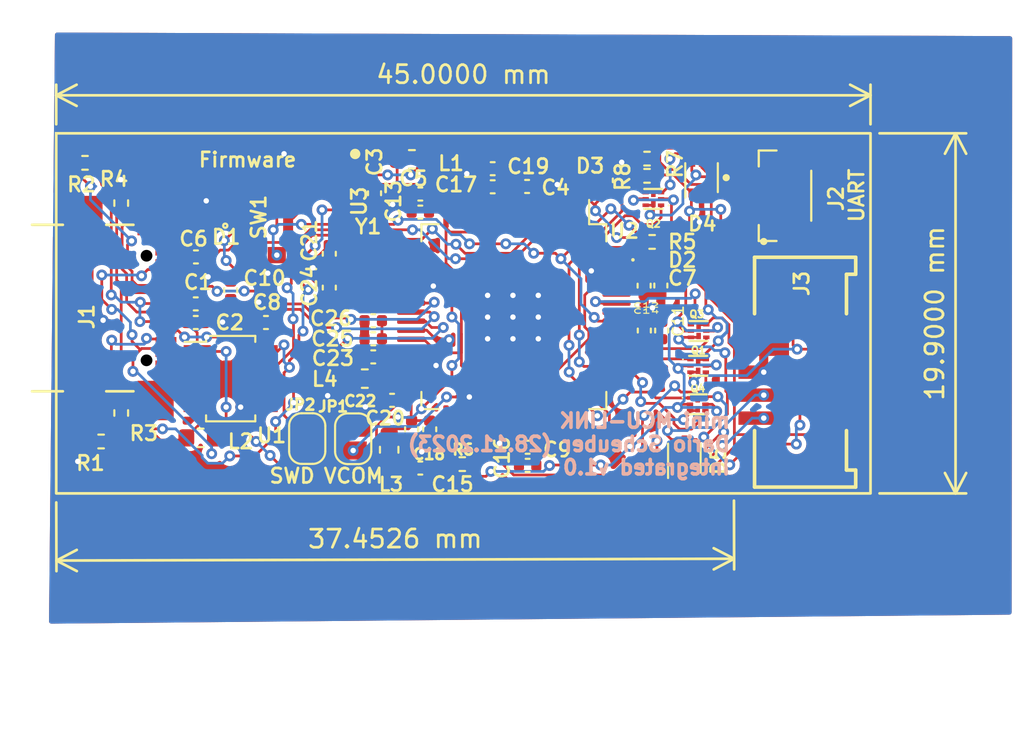
<source format=kicad_pcb>
(kicad_pcb (version 20221018) (generator pcbnew)
  (layers (0 "F.Cu" signal) (31 "B.Cu" signal) (34 "B.Paste" user) (35 "F.Paste" user) (36 "B.SilkS" user "B.Silkscreen") (37 "F.SilkS" user "F.Silkscreen") (38 "B.Mask" user) (39 "F.Mask" user) (44 "Edge.Cuts" user))
  (net 0 "")
  (net 1 "GND")
  (net 2 "+5V")
  (net 3 "/mini MCU-LINK Power and USB/MCU_VDDIO")
  (net 4 "/mini MCU-LINK Power and USB/USB_VBUS")
  (net 5 "+3V3")
  (net 6 "Net-(U2A-VBAT_DCDC)")
  (net 7 "/mini MCU-LINK Power and USB/Q-")
  (net 8 "Net-(U2A-FB)")
  (net 9 "/mini MCU-LINK Power and USB/Q+")
  (net 10 "/mini MCU-LINK Power and USB/USB_D-")
  (net 11 "/mini MCU-LINK Power and USB/USB_D+")
  (net 12 "/mini MCU-LINK Debug and UART interface/PIO0_5-ISP_EN-LED1_CTRL")
  (net 13 "Net-(D2-A)")
  (net 14 "/mini MCU-LINK Debug and UART interface/VCC")
  (net 15 "Net-(D3-A)")
  (net 16 "/mini MCU-LINK Debug and UART interface/DETECT")
  (net 17 "/mini MCU-LINK Debug and UART interface/TARGET_TXD")
  (net 18 "/mini MCU-LINK Debug and UART interface/RXD")
  (net 19 "/mini MCU-LINK Debug and UART interface/SWO")
  (net 20 "/mini MCU-LINK Debug and UART interface/SWCLK")
  (net 21 "/mini MCU-LINK Debug and UART interface/SWDIO")
  (net 22 "PROBE_SWDIO")
  (net 23 "Net-(J1-CC2)")
  (net 24 "PROBE_SWDCLK")
  (net 25 "Net-(J1-CC1)")
  (net 26 "/mini MCU-LINK Debug and UART interface/VCOM_DISABLE")
  (net 27 "/mini MCU-LINK Debug and UART interface/SWD_DISABLE")
  (net 28 "Net-(U2A-LX)")
  (net 29 "/mini MCU-LINK Debug and UART interface/RESET")
  (net 30 "/mini MCU-LINK Debug and UART interface/ISP_CTRL")
  (net 31 "Net-(U2B-USB1_VBUS)")
  (net 62 "/mini MCU-LINK Debug and UART interface/TARGET_RESET")
  (net 63 "/mini MCU-LINK Debug and UART interface/TARGET_ISP_CTRL")
  (net 64 "/mini MCU-LINK Debug and UART interface/TARGET_DETECT")
  (net 65 "/mini MCU-LINK Debug and UART interface/TARGET_RXD")
  (net 66 "/mini MCU-LINK Debug and UART interface/TARGET_SWO")
  (net 67 "/mini MCU-LINK Debug and UART interface/TARGET_SWCLK")
  (net 68 "/mini MCU-LINK Debug and UART interface/TARGET_SWDIO")
  (net 69 "/mini MCU-LINK Debug and UART interface/TXD")
  (footprint "Capacitor_SMD:C_0402_1005Metric" (layer "F.Cu") (at 113.09006 74.711492 -90)
    (fp_text reference "C3")
    (fp_text value "4u7")
  )
  (footprint "mculink:JST_BM03B-SRSS-TB_LF__SN_" (layer "F.Cu") (at 136.525 74.85 -90)
    (fp_text reference "J2")
    (fp_text value "BM03B-SRSS-TB")
  )
  (footprint "mculink:LQFP-64-1EP_10x10mm_P0.5mm_EP5x5mm" (layer "F.Cu") (at 120.79006 81.531492 -90)
    (fp_text reference "U2")
    (fp_text value "LPC55S69JBD64")
  )
  (footprint "mculink:SOT-89-5" (layer "F.Cu") (at 105.14006 84.956492)
    (fp_text reference "U1")
    (fp_text value "XC6227C331PR-G")
  )
  (footprint "mculink:SOT143B" (layer "F.Cu") (at 103.84006 75.006492 90)
    (fp_text reference "D1")
    (fp_text value "PRTR5V0U2X")
  )
  (footprint "Diode_SMD:Nexperia_DSN0603-2_0.6x0.3mm_P0.4mm" (layer "F.Cu") (at 125.7 74 180)
    (fp_text reference "D3")
    (fp_text value "PMEG3005AESFYL")
  )
  (footprint "Capacitor_SMD:C_0402_1005Metric" (layer "F.Cu") (at 103.22006 78.231492)
    (fp_text reference "C6")
    (fp_text value "10n")
  )
  (footprint "Capacitor_SMD:C_0402_1005Metric" (layer "F.Cu") (at 113.02006 83.756492 180)
    (fp_text reference "C23")
    (fp_text value "47p")
  )
  (footprint "Inductor_SMD:L_0603_1608Metric" (layer "F.Cu") (at 115.155787 72.837751 180)
    (fp_text reference "L1")
    (fp_text value "MI0603J601R-10")
  )
  (footprint "Jumper:SolderJumper-2_P1.3mm_Open_RoundedPad1.0x1.5mm" (layer "F.Cu") (at 111.91 88.28 90)
    (fp_text reference "JP1")
    (fp_text value "VCOM disable")
  )
  (footprint "Capacitor_SMD:C_0402_1005Metric" (layer "F.Cu") (at 121.551505 88.748605 180)
    (fp_text reference "C9")
    (fp_text value "100n")
  )
  (footprint "Resistor_SMD:R_0402_1005Metric" (layer "F.Cu") (at 99.09006 75.256492 -90)
    (fp_text reference "R4")
    (fp_text value "20k")
  )
  (footprint "Jumper:SolderJumper-2_P1.3mm_Open_RoundedPad1.0x1.5mm" (layer "F.Cu") (at 109.37 88.27 90)
    (fp_text reference "JP2")
    (fp_text value "SWD disable")
  )
  (footprint "mculink:SOT95P280X145-5N" (layer "F.Cu") (at 110.29006 74.031492 -90)
    (fp_text reference "U3")
    (fp_text value "STMPS2141STR")
  )
  (footprint "Capacitor_SMD:C_0402_1005Metric" (layer "F.Cu") (at 119.62006 73.356492 180)
    (fp_text reference "C19")
    (fp_text value "47p")
  )
  (footprint "Capacitor_SMD:C_0402_1005Metric" (layer "F.Cu") (at 119.62006 74.356492 180)
    (fp_text reference "C17")
    (fp_text value "100n")
  )
  (footprint "Capacitor_SMD:C_0402_1005Metric" (layer "F.Cu") (at 128.96 82.3 90)
    (fp_text reference "C11")
    (fp_text value "100n")
  )
  (footprint "Capacitor_SMD:C_0402_1005Metric" (layer "F.Cu") (at 116.14006 87.756492 -90)
    (fp_text reference "C18")
    (fp_text value "100n")
  )
  (footprint "Capacitor_SMD:C_0402_1005Metric" (layer "F.Cu") (at 107.09006 81.856492)
    (fp_text reference "C8")
    (fp_text value "100n")
  )
  (footprint "mculink:SOT1216" (layer "F.Cu") (at 131 82.325)
    (fp_text reference "Q3")
    (fp_text value "PMDXB290UNE")
  )
  (footprint "Resistor_SMD:R_0402_1005Metric" (layer "F.Cu") (at 117.94006 89.681492 180)
    (fp_text reference "R6")
    (fp_text value "10k")
  )
  (footprint "Capacitor_SMD:C_0402_1005Metric" (layer "F.Cu") (at 115.62006 75.756492 180)
    (fp_text reference "C13")
    (fp_text value "10n")
  )
  (footprint "Capacitor_SMD:C_0402_1005Metric" (layer "F.Cu") (at 121.52261 74.337651)
    (fp_text reference "C4")
    (fp_text value "100n")
  )
  (footprint "Capacitor_SMD:C_0402_1005Metric" (layer "F.Cu") (at 128 82.3 90)
    (fp_text reference "C14")
    (fp_text value "10n")
  )
  (footprint "Resistor_SMD:R_0402_1005Metric" (layer "F.Cu") (at 128.430635 77.402809)
    (fp_text reference "R5")
    (fp_text value "2k")
  )
  (footprint "Package_TO_SOT_SMD:SOT-666" (layer "F.Cu") (at 131.1625 73.85 90)
    (fp_text reference "D4")
    (fp_text value "PESD5V0L5UV")
  )
  (footprint "mculink:SOT1216" (layer "F.Cu") (at 130.975 84.25)
    (fp_text reference "Q1")
    (fp_text value "PMDXB290UNE")
  )
  (footprint "Resistor_SMD:R_0402_1005Metric" (layer "F.Cu") (at 97.98006 88.431492)
    (fp_text reference "R1")
    (fp_text value "5k1")
  )
  (footprint "Inductor_SMD:L_0603_1608Metric" (layer "F.Cu") (at 103.47756 88.231492 180)
    (fp_text reference "L2")
    (fp_text value "MI0603J601R-10")
  )
  (footprint "mculink:SOT1216" (layer "F.Cu") (at 128.5 75.025 180)
    (fp_text reference "Q2")
    (fp_text value "PMDXB290UNE")
  )
  (footprint "mculink:CX3225GA16000D0PTVCC" (layer "F.Cu") (at 112.54006 79.056492 -90)
    (fp_text reference "Y1")
    (fp_text value "16.000MHz")
  )
  (footprint "mculink:SW_C_K_KMR2" (layer "F.Cu") (at 106.89006 76.081492 -90)
    (fp_text reference "SW1")
    (fp_text value "KMR221GLFS")
  )
  (footprint "Package_TO_SOT_SMD:SOT-666" (layer "F.Cu") (at 130.2125 89.35 90)
    (fp_text reference "D5")
    (fp_text value "PESD5V0L5UV")
  )
  (footprint "LED_SMD:LED_0402_1005Metric" (layer "F.Cu") (at 128.460363 78.393724)
    (fp_text reference "D2")
    (fp_text value "LED_RED")
  )
  (footprint "Capacitor_SMD:C_0402_1005Metric" (layer "F.Cu") (at 103.21006 80.826492)
    (fp_text reference "C1")
    (fp_text value "10u")
  )
  (footprint "Capacitor_SMD:C_0402_1005Metric" (layer "F.Cu") (at 110.59006 78.056492 90)
    (fp_text reference "C21")
    (fp_text value "8p")
  )
  (footprint "Capacitor_SMD:C_0402_1005Metric" (layer "F.Cu") (at 110.59006 79.926492 -90)
    (fp_text reference "C24")
    (fp_text value "8p")
  )
  (footprint "Capacitor_SMD:C_0402_1005Metric" (layer "F.Cu") (at 115.62006 74.756492 180)
    (fp_text reference "C5")
    (fp_text value "100n")
  )
  (footprint "Capacitor_SMD:C_0402_1005Metric" (layer "F.Cu") (at 114.06006 86.156492)
    (fp_text reference "C22")
    (fp_text value "22u")
  )
  (footprint "mculink:SWD_Pin_Header_Straight_2x05_Pitch1.27mm_SMD" (layer "F.Cu") (at 136.6325 84.6 -90)
    (fp_text reference "J3")
    (fp_text value "Conn_02x05_Odd_Even")
  )
  (footprint "Capacitor_SMD:C_0402_1005Metric" (layer "F.Cu") (at 103.21006 81.856492)
    (fp_text reference "C2")
    (fp_text value "100n")
  )
  (footprint "Capacitor_SMD:C_0402_1005Metric" (layer "F.Cu") (at 121.551505 89.748605 180)
    (fp_text reference "C16")
    (fp_text value "10n")
  )
  (footprint "mculink:USB_C_Receptacle_GCT_USB4110-GF-A" (layer "F.Cu") (at 97.86506 81.056492 -90)
    (fp_text reference "J1")
    (fp_text value "USB4110-GF-A_REVB")
  )
  (footprint "Capacitor_SMD:C_0402_1005Metric" (layer "F.Cu") (at 127.99 79.82 -90)
    (fp_text reference "C12")
    (fp_text value "10n")
  )
  (footprint "Capacitor_SMD:C_0402_1005Metric" (layer "F.Cu") (at 115.14006 87.756492 -90)
    (fp_text reference "C20")
    (fp_text value "47p")
  )
  (footprint "mculink:SOT1216" (layer "F.Cu") (at 130.95 86.375)
    (fp_text reference "Q4")
    (fp_text value "PMDXB290UNE")
  )
  (footprint "Capacitor_SMD:C_0402_1005Metric" (layer "F.Cu") (at 128.912776 79.812521 -90)
    (fp_text reference "C7")
    (fp_text value "100n")
  )
  (footprint "Resistor_SMD:R_0402_1005Metric" (layer "F.Cu") (at 128.15 73.75)
    (fp_text reference "R8")
    (fp_text value "100k")
  )
  (footprint "Resistor_SMD:R_0402_1005Metric" (layer "F.Cu") (at 97.09006 73.031492 180)
    (fp_text reference "R2")
    (fp_text value "5k1")
  )
  (footprint "Resistor_SMD:R_0402_1005Metric" (layer "F.Cu") (at 99.09006 86.856492 -90)
    (fp_text reference "R3")
    (fp_text value "10k")
  )
  (footprint "Inductor_SMD:L_0603_1608Metric" (layer "F.Cu") (at 112.55256 84.956492 180)
    (fp_text reference "L4")
    (fp_text value "4u7")
  )
  (footprint "Capacitor_SMD:C_0402_1005Metric" (layer "F.Cu") (at 105.14006 80.076492 90)
    (fp_text reference "C10")
    (fp_text value "10u")
  )
  (footprint "Inductor_SMD:L_0603_1608Metric" (layer "F.Cu") (at 113.9 88.8875 90)
    (fp_text reference "L3")
    (fp_text value "MI0603J601R-10")
  )
  (footprint "Capacitor_SMD:C_0402_1005Metric" (layer "F.Cu") (at 113.02006 82.756492 180)
    (fp_text reference "C25")
    (fp_text value "100n")
  )
  (footprint "Resistor_SMD:R_0402_1005Metric" (layer "F.Cu") (at 128.15 72.8 180)
    (fp_text reference "R7")
    (fp_text value "100k")
  )
  (footprint "Capacitor_SMD:C_0402_1005Metric" (layer "F.Cu") (at 115.62 89.9)
    (fp_text reference "C15")
    (fp_text value "22u")
  )
  (footprint "Capacitor_SMD:C_0402_1005Metric" (layer "F.Cu") (at 113.02006 81.756492 180)
    (fp_text reference "C26")
    (fp_text value "22u")
  )
  (gr_rect (start 95.5 71.4) (end 140.5 91.3) (stroke (width 0.15)) (fill none) (layer "F.SilkS"))
  (gr_text "mini MCU-LINK\nDario Scheuber (28.11.2023)\nIntegrated v1.0" (at 132.84006 90.331492) (layer "B.SilkS") (effects (font (size 0.8 0.8) (thickness 0.2) bold) (justify left bottom mirror)))
  (gr_text "SWD" (at 107.2 90.8) (layer "F.SilkS") (effects (font (size 0.8 0.8)) (justify left bottom)))
  (gr_text "Firmware" (at 103.29006 73.331492) (layer "F.SilkS") (effects (font (size 0.8 0.8) (thickness 0.15) bold) (justify left bottom)))
  (gr_text "VCOM" (at 110.2 90.8) (layer "F.SilkS") (effects (font (size 0.8 0.8)) (justify left bottom)))
  (gr_text "UART" (at 140.2 76.4 90) (layer "F.SilkS") (effects (font (size 0.8 0.8)) (justify left bottom)))
  (dimension (type aligned) (layer "F.SilkS") (pts (xy 95.5 91.3) (xy 132.9525 91.2)) (height 3.711196) (gr_text "37.4526 mm" (at 114.233088 93.811187 0.1529821597) (layer "F.SilkS") (effects (font (size 1 1) (thickness 0.15)))) (format (prefix "") (suffix "") (units 3) (units_format 1) (precision 4)) (style (thickness 0.15) (arrow_length 1.27) (text_position_mode 0) (extension_height 0.58642) (extension_offset 0.5) keep_text_aligned))
  (dimension (type aligned) (layer "F.SilkS") (pts (xy 140.5 91.3) (xy 140.5 71.4)) (height 4.7) (gr_text "19.9000 mm" (at 144.05 81.35 90) (layer "F.SilkS") (effects (font (size 1 1) (thickness 0.15)))) (format (prefix "") (suffix "") (units 3) (units_format 1) (precision 4)) (style (thickness 0.15) (arrow_length 1.27) (text_position_mode 0) (extension_height 0.58642) (extension_offset 0.5) keep_text_aligned))
  (dimension (type aligned) (layer "F.SilkS") (pts (xy 95.5 71.4) (xy 140.5 71.4)) (height -2.1) (gr_text "45.0000 mm" (at 118 68.15) (layer "F.SilkS") (effects (font (size 1 1) (thickness 0.15)))) (format (prefix "") (suffix "") (units 3) (units_format 1) (precision 4)) (style (thickness 0.15) (arrow_length 1.27) (text_position_mode 0) (extension_height 0.58642) (extension_offset 0.5) keep_text_aligned))
  (segment (start 107.19006 79.131492) (end 106.19006 78.131492) (width 0.15) (layer "F.Cu") (net 1))
  (segment (start 99.09006 73.981492) (end 99.06456 73.955992) (width 0.15) (layer "F.Cu") (net 1))
  (segment (start 119.54006 74.756492) (end 119.14006 74.356492) (width 0.15) (layer "F.Cu") (net 1))
  (segment (start 118.329637 85.970363) (end 118.503195 85.970363) (width 0.15) (layer "F.Cu") (net 1))
  (segment (start 125.69006 77.781492) (end 126.46506 77.781492) (width 0.15) (layer "F.Cu") (net 1))
  (segment (start 113.113974 86.516594) (end 113.288872 86.691492) (width 0.15) (layer "F.Cu") (net 1))
  (segment (start 115.11506 80.281492) (end 115.899549 80.281492) (width 0.15) (layer "F.Cu") (net 1))
  (segment (start 113.288872 86.691492) (end 114.00506 86.691492) (width 0.15) (layer "F.Cu") (net 1))
  (segment (start 100.99006 85.431492) (end 100.99006 86.166492) (width 0.6) (layer "F.Cu") (net 1))
  (segment (start 112.583406 86.516594) (end 113.113974 86.516594) (width 0.15) (layer "F.Cu") (net 1))
  (segment (start 107.041532 80.731492) (end 107.57006 81.26002) (width 0.15) (layer "F.Cu") (net 1))
  (segment (start 101.59006 77.331492) (end 100.99006 76.731492) (width 0.6) (layer "F.Cu") (net 1))
  (segment (start 119.54006 75.856492) (end 119.54006 74.756492) (width 0.15) (layer "F.Cu") (net 1))
  (segment (start 119.04006 86.507228) (end 119.04006 87.206492) (width 0.15) (layer "F.Cu") (net 1))
  (segment (start 115.973333 82.281492) (end 116.499312 82.807471) (width 0.15) (layer "F.Cu") (net 1))
  (segment (start 100.99006 76.731492) (end 100.99006 75.946492) (width 0.6) (layer "F.Cu") (net 1))
  (segment (start 106.19006 78.131492) (end 106.09006 78.131492) (width 0.15) (layer "F.Cu") (net 1))
  (segment (start 110.59006 80.406492) (end 109.69006 79.506492) (width 0.15) (layer "F.Cu") (net 1))
  (segment (start 101.56006 84.256492) (end 101.56006 84.861492) (width 0.6) (layer "F.Cu") (net 1))
  (segment (start 108.31506 76.081492) (end 108.59006 76.081492) (width 0.15) (layer "F.Cu") (net 1))
  (segment (start 97.06006 75.946492) (end 97.06006 86.166492) (width 1) (layer "F.Cu") (net 1))
  (segment (start 101.59006 77.813992) (end 101.59006 77.331492) (width 0.6) (layer "F.Cu") (net 1))
  (segment (start 114.00506 86.691492) (end 114.54006 86.156492) (width 0.15) (layer "F.Cu") (net 1))
  (segment (start 109.69006 78.476492) (end 109.69006 78.831492) (width 0.15) (layer "F.Cu") (net 1))
  (segment (start 103.79006 75.131492) (end 101.80506 75.131492) (width 0.6) (layer "F.Cu") (net 1))
  (segment (start 99.09006 74.746492) (end 99.09006 73.981492) (width 0.15) (layer "F.Cu") (net 1))
  (segment (start 109.69006 79.506492) (end 109.69006 78.831492) (width 0.15) (layer "F.Cu") (net 1))
  (segment (start 108.59006 76.081492) (end 109.34006 75.331492) (width 0.15) (layer "F.Cu") (net 1))
  (segment (start 115.11506 82.281492) (end 115.973333 82.281492) (width 0.15) (layer "F.Cu") (net 1))
  (segment (start 125.07006 78.401492) (end 125.69006 77.781492) (width 0.15) (layer "F.Cu") (net 1))
  (segment (start 101.80506 75.131492) (end 100.99006 75.946492) (width 0.15) (layer "F.Cu") (net 1))
  (segment (start 125.07006 79.001492) (end 125.07006 78.401492) (width 0.15) (layer "F.Cu") (net 1))
  (segment (start 118.503195 85.970363) (end 119.04006 86.507228) (width 0.15) (layer "F.Cu") (net 1))
  (segment (start 110.59006 77.576492) (end 109.69006 78.476492) (width 0.15) (layer "F.Cu") (net 1))
  (segment (start 104.87506 79.331492) (end 103.89006 79.331492) (width 0.15) (layer "F.Cu") (net 1))
  (segment (start 101.56006 84.861492) (end 100.99006 85.431492) (width 0.6) (layer "F.Cu") (net 1))
  (segment (start 116.499312 82.807471) (end 117.213799 82.807471) (width 0.15) (layer "F.Cu") (net 1))
  (segment (start 97.60006 72.841492) (end 97.60006 73.031492) (width 0.15) (layer "F.Cu") (net 1))
  (segment (start 106.69006 80.731492) (end 107.041532 80.731492) (width 0.15) (layer "F.Cu") (net 1))
  (segment (start 107.57006 81.26002) (end 107.57006 81.856492) (width 0.15) (layer "F.Cu") (net 1))
  (segment (start 101.54756 77.856492) (end 101.59006 77.813992) (width 0.6) (layer "F.Cu") (net 1))
  (segment (start 115.899549 80.281492) (end 116.33956 79.841481) (width 0.15) (layer "F.Cu") (net 1))
  (segment (start 105.14006 79.596492) (end 104.87506 79.331492) (width 0.15) (layer "F.Cu") (net 1))
  (via (at 112.583406 86.516594) (size 0.6) (drill 0.3) (layers "F.Cu" "B.Cu") (net 1))
  (via (at 109.69006 78.831492) (size 0.6) (drill 0.3) (layers "F.Cu" "B.Cu") (net 1))
  (via (at 134.6 84.6) (size 0.6) (drill 0.3) (layers "F.Cu" "B.Cu") (net 1))
  (via (at 120.74006 81.556492) (size 0.6) (drill 0.3) (layers "F.Cu" "B.Cu") (net 1))
  (via (at 116.49006 84.231492) (size 0.6) (drill 0.3) (layers "F.Cu" "B.Cu") (net 1))
  (via (at 120.74006 82.756492) (size 0.6) (drill 0.3) (layers "F.Cu" "B.Cu") (net 1))
  (via (at 131.05 76.3) (size 0.6) (drill 0.3) (layers "F.Cu" "B.Cu") (net 1))
  (via (at 117.213799 82.807471) (size 0.6) (drill 0.3) (layers "F.Cu" "B.Cu") (net 1))
  (via (at 103.79006 75.131492) (size 0.6) (drill 0.3) (layers "F.Cu" "B.Cu") (net 1))
  (via (at 103.89006 79.331492) (size 0.6) (drill 0.3) (layers "F.Cu" "B.Cu") (net 1))
  (via (at 125.07006 79.001492) (size 0.6) (drill 0.3) (layers "F.Cu" "B.Cu") (net 1))
  (via (at 120.74006 80.356492) (size 0.6) (drill 0.3) (layers "F.Cu" "B.Cu") (net 1))
  (via (at 98.09006 81.731492) (size 0.6) (drill 0.3) (layers "F.Cu" "B.Cu") (net 1))
  (via (at 107.19006 79.131492) (size 0.6) (drill 0.3) (layers "F.Cu" "B.Cu") (net 1))
  (via (at 114.09006 75.331492) (size 0.6) (drill 0.3) (layers "F.Cu" "B.Cu") (net 1))
  (via (at 122.14006 82.756492) (size 0.6) (drill 0.3) (layers "F.Cu" "B.Cu") (net 1))
  (via (at 126.75 73) (size 0.6) (drill 0.3) (layers "F.Cu" "B.Cu") (net 1))
  (via (at 108.09006 72.531492) (size 0.6) (drill 0.3) (layers "F.Cu" "B.Cu") (net 1))
  (via (at 115.7 89) (size 0.6) (drill 0.3) (layers "F.Cu" "B.Cu") (net 1))
  (via (at 118.19006 73.631492) (size 0.6) (drill 0.3) (layers "F.Cu" "B.Cu") (net 1))
  (via (at 122.14006 81.556492) (size 0.6) (drill 0.3) (layers "F.Cu" "B.Cu") (net 1))
  (via (at 96.69006 89.531492) (size 0.6) (drill 0.3) (layers "F.Cu" "B.Cu") (net 1))
  (via (at 128.446492 81.042774) (size 0.6) (drill 0.3) (layers "F.Cu" "B.Cu") (net 1))
  (via (at 123.19006 74.231492) (size 0.6) (drill 0.3) (layers "F.Cu" "B.Cu") (net 1))
  (via (at 116.33956 79.841481) (size 0.6) (drill 0.3) (layers "F.Cu" "B.Cu") (net 1))
  (via (at 99.06456 73.955992) (size 0.6) (drill 0.3) (layers "F.Cu" "B.Cu") (net 1))
  (via (at 105.69006 86.531492) (size 0.6) (drill 0.3) (layers "F.Cu" "B.Cu") (net 1))
  (via (at 110.5 85.9) (size 0.6) (drill 0.3) (layers "F.Cu" "B.Cu") (net 1))
  (via (at 122.14006 80.356492) (size 0.6) (drill 0.3) (layers "F.Cu" "B.Cu") (net 1))
  (via (at 119.99006 88.531492) (size 0.6) (drill 0.3) (layers "F.Cu" "B.Cu") (net 1))
  (via (at 119.34006 80.356492) (size 0.6) (drill 0.3) (layers "F.Cu" "B.Cu") (net 1))
  (via (at 119.34006 81.556492) (size 0.6) (drill 0.3) (layers "F.Cu" "B.Cu") (net 1))
  (via (at 118.329637 85.970363) (size 0.6) (drill 0.3) (layers "F.Cu" "B.Cu") (net 1))
  (via (at 104.69006 81.831492) (size 0.6) (drill 0.3) (layers "F.Cu" "B.Cu") (net 1))
  (via (at 119.34006 82.756492) (size 0.6) (drill 0.3) (layers "F.Cu" "B.Cu") (net 1))
  (via (at 106.69006 80.731492) (size 0.6) (drill 0.3) (layers "F.Cu" "B.Cu") (net 1))
  (segment (start 129.555412 75.025) (end 128.925 75.025) (width 0.15) (layer "F.Cu") (net 2))
  (segment (start 99.09006 87.831492) (end 99.39056 88.131992) (width 0.15) (layer "F.Cu") (net 2))
  (segment (start 118.296552 90.5) (end 118.44006 90.356492) (width 0.15) (layer "F.Cu") (net 2))
  (segment (start 131.9995 86.758744) (end 131.9995 86.6245) (width 0.15) (layer "F.Cu") (net 2))
  (segment (start 129.5 79.131421) (end 129.5 75.186658) (width 0.15) (layer "F.Cu") (net 2))
  (segment (start 119.247662 90.356492) (end 119.518559 90.085595) (width 0.15) (layer "F.Cu") (net 2))
  (segment (start 131.850236 82.325) (end 131.425 82.325) (width 0.15) (layer "F.Cu") (net 2))
  (segment (start 107.32006 89.201492) (end 108.618568 90.5) (width 0.15) (layer "F.Cu") (net 2))
  (segment (start 130.2 82.325) (end 130.575 82.325) (width 0.15) (layer "F.Cu") (net 2))
  (segment (start 129.865741 84.390454) (end 130.006195 84.25) (width 0.15) (layer "F.Cu") (net 2))
  (segment (start 105.96506 87.846492) (end 106.549182 88.430614) (width 0.15) (layer "F.Cu") (net 2))
  (segment (start 130.289458 81.153005) (end 130.289458 79.920879) (width 0.15) (layer "F.Cu") (net 2))
  (segment (start 101.031849 88.131992) (end 101.256349 88.356492) (width 0.15) (layer "F.Cu") (net 2))
  (segment (start 99.39056 88.131992) (end 101.031849 88.131992) (width 0.15) (layer "F.Cu") (net 2))
  (segment (start 131.75 86.375) (end 131.375 86.375) (width 0.15) (layer "F.Cu") (net 2))
  (segment (start 131.92787 84.25) (end 131.4 84.25) (width 0.15) (layer "F.Cu") (net 2))
  (segment (start 108.618568 90.5) (end 118.296552 90.5) (width 0.15) (layer "F.Cu") (net 2))
  (segment (start 102.54006 88.356492) (end 103.41506 87.481492) (width 0.15) (layer "F.Cu") (net 2))
  (segment (start 130.289458 79.920879) (end 129.5 79.131421) (width 0.15) (layer "F.Cu") (net 2))
  (segment (start 131.977246 84.200624) (end 131.92787 84.25) (width 0.15) (layer "F.Cu") (net 2))
  (segment (start 103.41506 87.481492) (end 104.89006 87.481492) (width 0.15) (layer "F.Cu") (net 2))
  (segment (start 130.525 86.375) (end 130.006725 86.375) (width 0.15) (layer "F.Cu") (net 2))
  (segment (start 122.788618 89.731492) (end 125.59006 89.731492) (width 0.15) (layer "F.Cu") (net 2))
  (segment (start 103.29006 82.416492) (end 102.73006 81.856492) (width 0.15) (layer "F.Cu") (net 2))
  (segment (start 130.006195 84.25) (end 130.55 84.25) (width 0.15) (layer "F.Cu") (net 2))
  (segment (start 127.475 75.025) (end 128.075 75.025) (width 0.15) (layer "F.Cu") (net 2))
  (segment (start 129.608535 75.078123) (end 129.636658 75.05) (width 0.15) (layer "F.Cu") (net 2))
  (segment (start 130.006725 86.375) (end 129.832225 86.5495) (width 0.15) (layer "F.Cu") (net 2))
  (segment (start 127.4 75.1) (end 127.475 75.025) (width 0.15) (layer "F.Cu") (net 2))
  (segment (start 99.09006 87.366492) (end 99.09006 87.831492) (width 0.15) (layer "F.Cu") (net 2))
  (segment (start 131.9995 86.6245) (end 131.75 86.375) (width 0.15) (layer "F.Cu") (net 2))
  (segment (start 118.45006 89.681492) (end 118.45006 90.346492) (width 0.15) (layer "F.Cu") (net 2))
  (segment (start 129.636658 75.05) (end 129.75 75.05) (width 0.15) (layer "F.Cu") (net 2))
  (segment (start 122.761005 89.759105) (end 122.788618 89.731492) (width 0.15) (layer "F.Cu") (net 2))
  (segment (start 118.45006 90.346492) (end 118.44006 90.356492) (width 0.15) (layer "F.Cu") (net 2))
  (segment (start 129.837014 81.811041) (end 129.837014 81.962014) (width 0.15) (layer "F.Cu") (net 2))
  (segment (start 118.44006 90.356492) (end 119.247662 90.356492) (width 0.15) (layer "F.Cu") (net 2))
  (segment (start 129.837014 81.962014) (end 130.2 82.325) (width 0.15) (layer "F.Cu") (net 2))
  (segment (start 104.89006 83.456492) (end 103.29006 83.456492) (width 0.15) (layer "F.Cu") (net 2))
  (segment (start 129.5 75.186658) (end 129.608535 75.078123) (width 0.15) (layer "F.Cu") (net 2))
  (segment (start 129.608535 75.078123) (end 129.555412 75.025) (width 0.15) (layer "F.Cu") (net 2))
  (segment (start 129.817463 81.625) (end 130.289458 81.153005) (width 0.15) (layer "F.Cu") (net 2))
  (segment (start 132.050736 82.1245) (end 131.850236 82.325) (width 0.15) (layer "F.Cu") (net 2))
  (segment (start 105.96506 87.481492) (end 105.96506 87.846492) (width 0.15) (layer "F.Cu") (net 2))
  (segment (start 105.96506 87.481492) (end 106.99006 86.456492) (width 0.15) (layer "F.Cu") (net 2))
  (segment (start 103.29006 83.456492) (end 103.29006 82.416492) (width 0.15) (layer "F.Cu") (net 2))
  (segment (start 104.89006 87.481492) (end 104.89006 86.405992) (width 0.15) (layer "F.Cu") (net 2))
  (segment (start 101.256349 88.356492) (end 102.54006 88.356492) (width 0.15) (layer "F.Cu") (net 2))
  (segment (start 104.89006 87.481492) (end 105.96506 87.481492) (width 0.15) (layer "F.Cu") (net 2))
  (segment (start 102.73006 81.856492) (end 102.73006 80.826492) (width 0.15) (layer "F.Cu") (net 2))
  (via (at 122.761005 89.759105) (size 0.6) (drill 0.3) (layers "F.Cu" "B.Cu") (net 2))
  (via (at 125.59006 89.731492) (size 0.6) (drill 0.3) (layers "F.Cu" "B.Cu") (net 2))
  (via (at 127.4 75.1) (size 0.6) (drill 0.3) (layers "F.Cu" "B.Cu") (net 2))
  (via (at 131.977246 84.200624) (size 0.6) (drill 0.3) (layers "F.Cu" "B.Cu") (net 2))
  (via (at 104.89006 83.456492) (size 0.6) (drill 0.3) (layers "F.Cu" "B.Cu") (net 2))
  (via (at 107.32006 89.201492) (size 0.6) (drill 0.3) (layers "F.Cu" "B.Cu") (net 2))
  (via (at 129.832225 86.5495) (size 0.6) (drill 0.3) (layers "F.Cu" "B.Cu") (net 2))
  (via (at 129.865741 84.390454) (size 0.6) (drill 0.3) (layers "F.Cu" "B.Cu") (net 2))
  (via (at 129.608535 75.078123) (size 0.6) (drill 0.3) (layers "F.Cu" "B.Cu") (net 2))
  (via (at 129.837014 81.811041) (size 0.6) (drill 0.3) (layers "F.Cu" "B.Cu") (net 2))
  (via (at 127.2 88.7) (size 0.6) (drill 0.3) (layers "F.Cu" "B.Cu") (net 2))
  (via (at 131.9995 86.758744) (size 0.6) (drill 0.3) (layers "F.Cu" "B.Cu") (net 2))
  (via (at 119.518559 90.085595) (size 0.6) (drill 0.3) (layers "F.Cu" "B.Cu") (net 2))
  (via (at 132.050736 82.1245) (size 0.6) (drill 0.3) (layers "F.Cu" "B.Cu") (net 2))
  (via (at 104.89006 86.53) (size 0.6) (drill 0.3) (layers "F.Cu" "B.Cu") (net 2))
  (via (at 106.549182 88.430614) (size 0.6) (drill 0.3) (layers "F.Cu" "B.Cu") (net 2))
  (segment (start 128.412169 87.287831) (end 129.1505 86.5495) (width 0.15) (layer "B.Cu") (net 2))
  (segment (start 127.421877 75.078123) (end 127.4 75.1) (width 0.15) (layer "B.Cu") (net 2))
  (segment (start 128.412169 87.634127) (end 128.412169 87.287831) (width 0.15) (layer "B.Cu") (net 2))
  (segment (start 104.89006 86.405992) (end 104.89006 83.456492) (width 0.15) (layer "B.Cu") (net 2))
  (segment (start 129.608535 75.078123) (end 127.421877 75.078123) (width 0.15) (layer "B.Cu") (net 2))
  (segment (start 130.200956 84.725669) (end 129.865741 84.390454) (width 0.15) (layer "B.Cu") (net 2))
  (segment (start 130.200956 86.180769) (end 130.200956 84.725669) (width 0.15) (layer "B.Cu") (net 2))
  (segment (start 127.2 88.7) (end 127.1 88.8) (width 0.15) (layer "B.Cu") (net 2))
  (segment (start 131.977246 84.200624) (end 130.055571 84.200624) (width 0.15) (layer "B.Cu") (net 2))
  (segment (start 126.168508 89.731492) (end 127.2 88.7) (width 0.15) (layer "B.Cu") (net 2))
  (segment (start 129.832225 86.5495) (end 130.200956 86.180769) (width 0.15) (layer "B.Cu") (net 2))
  (segment (start 125.59006 89.731492) (end 126.168508 89.731492) (width 0.15) (layer "B.Cu") (net 2))
  (segment (start 130.055571 84.200624) (end 129.865741 84.390454) (width 0.15) (layer "B.Cu") (net 2))
  (segment (start 131.790256 86.5495) (end 129.832225 86.5495) (width 0.15) (layer "B.Cu") (net 2))
  (segment (start 131.9995 86.758744) (end 131.790256 86.5495) (width 0.15) (layer "B.Cu") (net 2))
  (segment (start 129.375 83.899713) (end 129.375 82.273055) (width 0.15) (layer "B.Cu") (net 2))
  (segment (start 130.325973 82.3) (end 129.837014 81.811041) (width 0.15) (layer "B.Cu") (net 2))
  (segment (start 129.865741 84.390454) (end 129.375 83.899713) (width 0.15) (layer "B.Cu") (net 2))
  (segment (start 127.346296 88.7) (end 128.412169 87.634127) (width 0.15) (layer "B.Cu") (net 2))
  (segment (start 127.2 88.7) (end 127.346296 88.7) (width 0.15) (layer "B.Cu") (net 2))
  (segment (start 129.1505 86.5495) (end 129.832225 86.5495) (width 0.15) (layer "B.Cu") (net 2))
  (segment (start 131.875236 82.3) (end 130.325973 82.3) (width 0.15) (layer "B.Cu") (net 2))
  (segment (start 119.518559 90.085595) (end 122.434515 90.085595) (width 0.15) (layer "B.Cu") (net 2))
  (segment (start 129.375 82.273055) (end 129.837014 81.811041) (width 0.15) (layer "B.Cu") (net 2))
  (segment (start 122.434515 90.085595) (end 122.761005 89.759105) (width 0.15) (layer "B.Cu") (net 2))
  (segment (start 129.865741 84.42005) (end 129.865741 84.390454) (width 0.15) (layer "B.Cu") (net 2))
  (segment (start 106.549182 88.430614) (end 107.32006 89.201492) (width 0.15) (layer "B.Cu") (net 2))
  (segment (start 132.050736 82.1245) (end 131.875236 82.3) (width 0.15) (layer "B.Cu") (net 2))
  (segment (start 117.89006 82.481492) (end 117.89006 84.231492) (width 0.15) (layer "F.Cu") (net 3))
  (segment (start 124.706682 82.105651) (end 124.706682 80.340606) (width 0.15) (layer "F.Cu") (net 3))
  (segment (start 126.46506 79.281492) (end 127.164324 79.281492) (width 0.15) (layer "F.Cu") (net 3))
  (segment (start 128.96 82.78) (end 126.466552 82.78) (width 0.15) (layer "F.Cu") (net 3))
  (segment (start 124.91506 82.781492) (end 122.04006 85.656492) (width 0.15) (layer "F.Cu") (net 3))
  (segment (start 122.04006 85.656492) (end 122.04006 87.206492) (width 0.15) (layer "F.Cu") (net 3))
  (segment (start 120.739324 76.856492) (end 121.04006 76.555756) (width 0.15) (layer "F.Cu") (net 3))
  (segment (start 121.81506 86.206492) (end 122.04006 86.431492) (width 0.15) (layer "F.Cu") (net 3))
  (segment (start 115.814324 82.781492) (end 115.11506 82.781492) (width 0.15) (layer "F.Cu") (net 3))
  (segment (start 124.915767 82.781492) (end 124.931682 82.765577) (width 0.15) (layer "F.Cu") (net 3))
  (segment (start 122.04006 86.431492) (end 122.04006 87.206492) (width 0.15) (layer "F.Cu") (net 3))
  (segment (start 117.26506 76.856492) (end 120.739324 76.856492) (width 0.15) (layer "F.Cu") (net 3))
  (segment (start 124.931682 82.330651) (end 124.706682 82.105651) (width 0.15) (layer "F.Cu") (net 3))
  (segment (start 113.10006 74.221492) (end 114.34006 74.221492) (width 0.15) (layer "F.Cu") (net 3))
  (segment (start 116.10006 75.756492) (end 116.94006 75.756492) (width 0.15) (layer "F.Cu") (net 3))
  (segment (start 114.34006 74.221492) (end 115.56506 74.221492) (width 0.15) (layer "F.Cu") (net 3))
  (segment (start 121.03795 74.332991) (end 121.04261 74.337651) (width 0.15) (layer "F.Cu") (net 3))
  (segment (start 124.706682 80.340606) (end 125.765796 79.281492) (width 0.15) (layer "F.Cu") (net 3))
  (segment (start 121.04006 76.555756) (end 121.04006 75.856492) (width 0.15) (layer "F.Cu") (net 3))
  (segment (start 114.34006 72.731492) (end 114.34006 74.221492) (width 0.15) (layer "F.Cu") (net 3))
  (segment (start 116.10006 75.756492) (end 116.10006 74.756492) (width 0.15) (layer "F.Cu") (net 3))
  (segment (start 128.9 79.34) (end 126.523568 79.34) (width 0.15) (layer "F.Cu") (net 3))
  (segment (start 126.46506 82.781492) (end 124.915767 82.781492) (width 0.15) (layer "F.Cu") (net 3))
  (segment (start 125.765796 79.281492) (end 126.46506 79.281492) (width 0.15) (layer "F.Cu") (net 3))
  (segment (start 113.09006 74.231492) (end 113.10006 74.221492) (width 0.15) (layer "F.Cu") (net 3))
  (segment (start 117.89006 79.431492) (end 117.89006 82.481492) (width 0.15) (layer "F.Cu") (net 3))
  (segment (start 117.04006 76.631492) (end 117.26506 76.856492) (width 0.15) (layer "F.Cu") (net 3))
  (segment (start 124.931682 82.765577) (end 124.931682 82.330651) (width 0.15) (layer "F.Cu") (net 3))
  (segment (start 126.466552 82.78) (end 126.46506 82.781492) (width 0.15) (layer "F.Cu") (net 3))
  (segment (start 117.04006 78.581492) (end 117.89006 79.431492) (width 0.15) (layer "F.Cu") (net 3))
  (segment (start 115.56506 74.221492) (end 116.10006 74.756492) (width 0.15) (layer "F.Cu") (net 3))
  (segment (start 117.89006 84.231492) (end 119.86506 86.206492) (width 0.15) (layer "F.Cu") (net 3))
  (segment (start 126.523568 79.34) (end 126.46506 79.281492) (width 0.15) (layer "F.Cu") (net 3))
  (segment (start 116.94006 75.756492) (end 117.04006 75.856492) (width 0.15) (layer "F.Cu") (net 3))
  (segment (start 117.04006 75.856492) (end 117.04006 76.631492) (width 0.15) (layer "F.Cu") (net 3))
  (segment (start 126.473467 82.789899) (end 126.46506 82.781492) (width 0.15) (layer "F.Cu") (net 3))
  (segment (start 126.46506 82.781492) (end 124.91506 82.781492) (width 0.15) (layer "F.Cu") (net 3))
  (segment (start 117.04006 75.856492) (end 117.04006 78.581492) (width 0.15) (layer "F.Cu") (net 3))
  (segment (start 122.031505 87.215047) (end 122.04006 87.206492) (width 0.15) (layer "F.Cu") (net 3))
  (segment (start 116.564324 83.531492) (end 115.814324 82.781492) (width 0.15) (layer "F.Cu") (net 3))
  (segment (start 117.89006 83.531492) (end 116.564324 83.531492) (width 0.15) (layer "F.Cu") (net 3))
  (segment (start 122.031505 89.748605) (end 122.031505 87.215047) (width 0.15) (layer "F.Cu") (net 3))
  (segment (start 121.04261 74.337651) (end 121.04261 75.853942) (width 0.15) (layer "F.Cu") (net 3))
  (segment (start 117.89006 82.481492) (end 117.89006 83.531492) (width 0.15) (layer "F.Cu") (net 3))
  (segment (start 121.04261 75.853942) (end 121.04006 75.856492) (width 0.15) (layer "F.Cu") (net 3))
  (segment (start 119.86506 86.206492) (end 121.81506 86.206492) (width 0.15) (layer "F.Cu") (net 3))
  (segment (start 99.69006 82.906492) (end 100.147612 83.364044) (width 0.15) (layer "F.Cu") (net 4))
  (segment (start 102.74006 76.056492) (end 102.84006 75.956492) (width 0.15) (layer "F.Cu") (net 4))
  (segment (start 101.39606 83.292492) (end 101.56006 83.456492) (width 0.15) (layer "F.Cu") (net 4))
  (segment (start 100.557809 78.931492) (end 102.04006 78.931492) (width 0.15) (layer "F.Cu") (net 4))
  (segment (start 102.74006 78.231492) (end 102.74006 76.056492) (width 0.15) (layer "F.Cu") (net 4))
  (segment (start 100.21456 79.274741) (end 100.557809 78.931492) (width 0.15) (layer "F.Cu") (net 4))
  (segment (start 99.74006 84.556492) (end 99.74006 83.771596) (width 0.15) (layer "F.Cu") (net 4))
  (segment (start 104.09006 88.381492) (end 104.11506 88.356492) (width 0.15) (layer "F.Cu") (net 4))
  (segment (start 100.147612 83.364044) (end 100.219164 83.292492) (width 0.15) (layer "F.Cu") (net 4))
  (segment (start 100.219164 83.292492) (end 101.39606 83.292492) (width 0.15) (layer "F.Cu") (net 4))
  (segment (start 98.56556 81.131492) (end 98.01556 80.581492) (width 0.15) (layer "F.Cu") (net 4))
  (segment (start 102.04006 78.931492) (end 102.74006 78.231492) (width 0.15) (layer "F.Cu") (net 4))
  (segment (start 104.09006 89.106992) (end 104.09006 88.381492) (width 0.15) (layer "F.Cu") (net 4))
  (segment (start 98.01556 80.581492) (end 98.01556 79.231492) (width 0.15) (layer "F.Cu") (net 4))
  (segment (start 99.69006 82.531992) (end 99.69006 82.906492) (width 0.15) (layer "F.Cu") (net 4))
  (segment (start 99.74006 83.771596) (end 100.147612 83.364044) (width 0.15) (layer "F.Cu") (net 4))
  (via (at 100.21456 79.274741) (size 0.6) (drill 0.3) (layers "F.Cu" "B.Cu") (net 4))
  (via (at 98.56556 81.131492) (size 0.6) (drill 0.3) (layers "F.Cu" "B.Cu") (net 4))
  (via (at 98.01556 79.231492) (size 0.6) (drill 0.3) (layers "F.Cu" "B.Cu") (net 4))
  (via (at 99.74006 84.556492) (size 0.6) (drill 0.3) (layers "F.Cu" "B.Cu") (net 4))
  (via (at 104.09006 89.106992) (size 0.6) (drill 0.3) (layers "F.Cu" "B.Cu") (net 4))
  (via (at 99.69006 82.531992) (size 0.6) (drill 0.3) (layers "F.Cu" "B.Cu") (net 4))
  (segment (start 100.21456 79.274741) (end 100.171311 79.231492) (width 0.15) (layer "B.Cu") (net 4))
  (segment (start 98.890796 81.131492) (end 98.56556 81.131492) (width 0.15) (layer "B.Cu") (net 4))
  (segment (start 99.599198 82.44113) (end 99.599198 81.839894) (width 0.15) (layer "B.Cu") (net 4))
  (segment (start 104.09006 88.731492) (end 99.91506 84.556492) (width 0.15) (layer "B.Cu") (net 4))
  (segment (start 99.599198 81.839894) (end 98.890796 81.131492) (width 0.15) (layer "B.Cu") (net 4))
  (segment (start 99.69006 82.531992) (end 99.599198 82.44113) (width 0.15) (layer "B.Cu") (net 4))
  (segment (start 104.09006 89.106992) (end 104.09006 88.731492) (width 0.15) (layer "B.Cu") (net 4))
  (segment (start 100.171311 79.231492) (end 98.01556 79.231492) (width 0.15) (layer "B.Cu") (net 4))
  (segment (start 99.91506 84.556492) (end 99.74006 84.556492) (width 0.15) (layer "B.Cu") (net 4))
  (segment (start 119.56506 72.821492) (end 117.35006 72.821492) (width 0.15) (layer "F.Cu") (net 5))
  (segment (start 116.496319 72.837751) (end 116.91506 73.256492) (width 0.15) (layer "F.Cu") (net 5))
  (segment (start 117.35006 72.821492) (end 116.91506 73.256492) (width 0.15) (layer "F.Cu") (net 5))
  (segment (start 108.39006 83.955756) (end 108.39006 84.331492) (width 0.15) (layer "F.Cu") (net 5))
  (segment (start 111.24006 75.331492) (end 111.24006 74.781492) (width 0.15) (layer "F.Cu") (net 5))
  (segment (start 108.08906 84.632492) (end 108.08906 86.98906) (width 0.15) (layer "F.Cu") (net 5))
  (segment (start 126.469301 77.160734) (end 127.740734 77.160734) (width 0.15) (layer "F.Cu") (net 5))
  (segment (start 125.298304 75.291696) (end 125.298304 75.681492) (width 0.15) (layer "F.Cu") (net 5))
  (segment (start 105.14006 81.156492) (end 105.84006 81.856492) (width 0.15) (layer "F.Cu") (net 5))
  (segment (start 109.811932 77.612864) (end 108.89006 78.534736) (width 0.15) (layer "F.Cu") (net 5))
  (segment (start 125.298304 75.415472) (end 123.239324 73.356492) (width 0.15) (layer "F.Cu") (net 5))
  (segment (start 110.19006 75.631492) (end 110.94006 75.631492) (width 0.15) (layer "F.Cu") (net 5))
  (segment (start 127.64 73.75) (end 126.84 73.75) (width 0.15) (layer "F.Cu") (net 5))
  (segment (start 117.54006 73.881492) (end 117.54006 75.856492) (width 0.15) (layer "F.Cu") (net 5))
  (segment (start 120.54006 74.796492) (end 120.54006 75.856492) (width 0.15) (layer "F.Cu") (net 5))
  (segment (start 108.89006 79.506709) (end 109.424334 80.040983) (width 0.15) (layer "F.Cu") (net 5))
  (segment (start 109.274695 90.1) (end 113.475 90.1) (width 0.15) (layer "F.Cu") (net 5))
  (segment (start 107.723304 83.456492) (end 108.087852 83.091944) (width 0.15) (layer "F.Cu") (net 5))
  (segment (start 120.10006 73.356492) (end 120.10006 75.796492) (width 0.15) (layer "F.Cu") (net 5))
  (segment (start 126.84 73.75) (end 125.298304 75.291696) (width 0.15) (layer "F.Cu") (net 5))
  (segment (start 108.371416 87.271416) (end 108.371416 89.196721) (width 0.15) (layer "F.Cu") (net 5))
  (segment (start 109.137352 82.331492) (end 108.912852 82.555992) (width 0.15) (layer "F.Cu") (net 5))
  (segment (start 110.94006 75.631492) (end 111.24006 75.331492) (width 0.15) (layer "F.Cu") (net 5))
  (segment (start 108.39006 84.331492) (end 108.08906 84.632492) (width 0.15) (layer "F.Cu") (net 5))
  (segment (start 108.89006 78.534736) (end 108.89006 79.506709) (width 0.15) (layer "F.Cu") (net 5))
  (segment (start 105.84006 81.856492) (end 106.61006 81.856492) (width 0.15) (layer "F.Cu") (net 5))
  (segment (start 116.91506 73.256492) (end 117.54006 73.881492) (width 0.15) (layer "F.Cu") (net 5))
  (segment (start 120.10006 75.796492) (end 120.04006 75.856492) (width 0.15) (layer "F.Cu") (net 5))
  (segment (start 115.09006 73.690978) (end 115.943287 72.837751) (width 0.15) (layer "F.Cu") (net 5))
  (segment (start 120.10006 73.356492) (end 119.56506 72.821492) (width 0.15) (layer "F.Cu") (net 5))
  (segment (start 113.475 90.1) (end 113.9 89.675) (width 0.15) (layer "F.Cu") (net 5))
  (segment (start 115.943287 72.837751) (end 116.496319 72.837751) (width 0.15) (layer "F.Cu") (net 5))
  (segment (start 106.99006 83.456492) (end 107.723304 83.456492) (width 0.15) (layer "F.Cu") (net 5))
  (segment (start 108.371416 89.196721) (end 109.274695 90.1) (width 0.15) (layer "F.Cu") (net 5))
  (segment (start 112.32456 73.696992) (end 113.81556 73.696992) (width 0.15) (layer "F.Cu") (net 5))
  (segment (start 106.61006 81.856492) (end 106.61006 83.076492) (width 0.15) (layer "F.Cu") (net 5))
  (segment (start 115.09006 73.696992) (end 115.09006 73.690978) (width 0.15) (layer "F.Cu") (net 5))
  (segment (start 125.298304 75.681492) (end 125.298304 75.415472) (width 0.15) (layer "F.Cu") (net 5))
  (segment (start 127.740734 77.160734) (end 127.98 77.4) (width 0.15) (layer "F.Cu") (net 5))
  (segment (start 111.24006 74.781492) (end 112.32456 73.696992) (width 0.15) (layer "F.Cu") (net 5))
  (segment (start 108.08906 86.98906) (end 108.371416 87.271416) (width 0.15) (layer "F.Cu") (net 5))
  (segment (start 120.10006 74.356492) (end 120.54006 74.796492) (width 0.15) (layer "F.Cu") (net 5))
  (segment (start 123.239324 73.356492) (end 120.10006 73.356492) (width 0.15) (layer "F.Cu") (net 5))
  (segment (start 108.912852 83.432964) (end 108.39006 83.955756) (width 0.15) (layer "F.Cu") (net 5))
  (segment (start 105.14006 80.556492) (end 105.14006 81.156492) (width 0.15) (layer "F.Cu") (net 5))
  (segment (start 106.61006 83.076492) (end 106.99006 83.456492) (width 0.15) (layer "F.Cu") (net 5))
  (segment (start 108.912852 82.555992) (end 108.912852 83.432964) (width 0.15) (layer "F.Cu") (net 5))
  (via (at 125.298304 75.681492) (size 0.6) (drill 0.3) (layers "F.Cu" "B.Cu") (net 5))
  (via (at 126.469301 77.160734) (size 0.6) (drill 0.3) (layers "F.Cu" "B.Cu") (net 5))
  (via (at 113.81556 73.696992) (size 0.6) (drill 0.3) (layers "F.Cu" "B.Cu") (net 5))
  (via (at 109.811932 77.612864) (size 0.6) (drill 0.3) (layers "F.Cu" "B.Cu") (net 5))
  (via (at 110.19006 75.631492) (size 0.6) (drill 0.3) (layers "F.Cu" "B.Cu") (net 5))
  (via (at 109.424334 80.040983) (size 0.6) (drill 0.3) (layers "F.Cu" "B.Cu") (net 5))
  (via (at 108.087852 83.091944) (size 0.6) (drill 0.3) (layers "F.Cu" "B.Cu") (net 5))
  (via (at 109.137352 82.331492) (size 0.6) (drill 0.3) (layers "F.Cu" "B.Cu") (net 5))
  (via (at 115.09006 73.696992) (size 0.6) (drill 0.3) (layers "F.Cu" "B.Cu") (net 5))
  (via (at 108.39006 84.331492) (size 0.6) (drill 0.3) (layers "F.Cu" "B.Cu") (net 5))
  (segment (start 126.140187 76.83162) (end 126.469301 77.160734) (width 0.15) (layer "B.Cu") (net 5))
  (segment (start 109.424334 80.040983) (end 109.137352 80.327965) (width 0.15) (layer "B.Cu") (net 5))
  (segment (start 109.137352 80.327965) (end 109.137352 82.331492) (width 0.15) (layer "B.Cu") (net 5))
  (segment (start 115.09006 73.696992) (end 113.81556 73.696992) (width 0.15) (layer "B.Cu") (net 5))
  (segment (start 110.19006 77.234736) (end 110.19006 75.631492) (width 0.15) (layer "B.Cu") (net 5))
  (segment (start 108.087852 83.091944) (end 108.087852 84.029284) (width 0.15) (layer "B.Cu") (net 5))
  (segment (start 126.140187 76.523375) (end 126.140187 76.83162) (width 0.15) (layer "B.Cu") (net 5))
  (segment (start 125.298304 75.681492) (end 126.140187 76.523375) (width 0.15) (layer "B.Cu") (net 5))
  (segment (start 109.811932 77.612864) (end 110.19006 77.234736) (width 0.15) (layer "B.Cu") (net 5))
  (segment (start 108.087852 84.029284) (end 108.39006 84.331492) (width 0.15) (layer "B.Cu") (net 5))
  (segment (start 113.9 88.572443) (end 113.9 88.1) (width 0.15) (layer "F.Cu") (net 6))
  (segment (start 115.11506 85.281492) (end 115.11506 87.251492) (width 0.15) (layer "F.Cu") (net 6))
  (segment (start 116.97006 87.276492) (end 117.04006 87.206492) (width 0.15) (layer "F.Cu") (net 6))
  (segment (start 115.14006 87.276492) (end 116.97006 87.276492) (width 0.15) (layer "F.Cu") (net 6))
  (segment (start 113.9 88.1) (end 114.268508 87.731492) (width 0.15) (layer "F.Cu") (net 6))
  (segment (start 114.268508 87.731492) (end 114.968508 87.731492) (width 0.15) (layer "F.Cu") (net 6))
  (segment (start 114.968508 87.731492) (end 115.14006 87.55994) (width 0.15) (layer "F.Cu") (net 6))
  (segment (start 115.11506 87.251492) (end 115.14006 87.276492) (width 0.15) (layer "F.Cu") (net 6))
  (segment (start 115.14006 87.55994) (end 115.14006 87.276492) (width 0.15) (layer "F.Cu") (net 6))
  (segment (start 115.14 89.812443) (end 113.9 88.572443) (width 0.15) (layer "F.Cu") (net 6))
  (segment (start 115.14 89.9) (end 115.14 89.812443) (width 0.15) (layer "F.Cu") (net 6))
  (segment (start 112.06006 78.536492) (end 110.59006 78.536492) (width 0.15) (layer "F.Cu") (net 7))
  (segment (start 112.54006 78.056492) (end 113.26506 78.781492) (width 0.15) (layer "F.Cu") (net 7))
  (segment (start 113.26506 78.781492) (end 115.11506 78.781492) (width 0.15) (layer "F.Cu") (net 7))
  (segment (start 112.54006 78.056492) (end 112.06006 78.536492) (width 0.15) (layer "F.Cu") (net 7))
  (segment (start 113.97506 83.281492) (end 113.50006 83.756492) (width 0.15) (layer "F.Cu") (net 8))
  (segment (start 112.43006 84.291492) (end 112.83125 84.291492) (width 0.15) (layer "F.Cu") (net 8))
  (segment (start 115.09006 83.756492) (end 115.11506 83.781492) (width 0.15) (layer "F.Cu") (net 8))
  (segment (start 112.96506 86.156492) (end 111.76506 84.956492) (width 0.15) (layer "F.Cu") (net 8))
  (segment (start 111.76506 84.956492) (end 112.43006 84.291492) (width 0.15) (layer "F.Cu") (net 8))
  (segment (start 112.83125 84.291492) (end 113.36625 83.756492) (width 0.15) (layer "F.Cu") (net 8))
  (segment (start 113.50006 81.756492) (end 113.50006 83.756492) (width 0.15) (layer "F.Cu") (net 8))
  (segment (start 113.58006 86.156492) (end 112.96506 86.156492) (width 0.15) (layer "F.Cu") (net 8))
  (segment (start 113.50006 83.756492) (end 115.09006 83.756492) (width 0.15) (layer "F.Cu") (net 8))
  (segment (start 115.11506 83.281492) (end 113.97506 83.281492) (width 0.15) (layer "F.Cu") (net 8))
  (segment (start 113.36625 83.756492) (end 113.50006 83.756492) (width 0.15) (layer "F.Cu") (net 8))
  (segment (start 111.93006 79.446492) (end 110.59006 79.446492) (width 0.15) (layer "F.Cu") (net 9))
  (segment (start 112.54006 80.056492) (end 111.93006 79.446492) (width 0.15) (layer "F.Cu") (net 9))
  (segment (start 112.54006 80.056492) (end 113.31506 79.281492) (width 0.15) (layer "F.Cu") (net 9))
  (segment (start 113.31506 79.281492) (end 115.11506 79.281492) (width 0.15) (layer "F.Cu") (net 9))
  (segment (start 102.29006 74.606492) (end 102.84006 74.056492) (width 0.15) (layer "F.Cu") (net 10))
  (segment (start 104.107523 79.856492) (end 103.672597 79.856492) (width 0.15) (layer "F.Cu") (net 10))
  (segment (start 116.14006 81.281492) (end 116.39006 81.531492) (width 0.15) (layer "F.Cu") (net 10))
  (segment (start 99.14006 78.906492) (end 99.14006 76.545608) (width 0.15) (layer "F.Cu") (net 10))
  (segment (start 103.672597 79.856492) (end 103.547597 79.731492) (width 0.15) (layer "F.Cu") (net 10))
  (segment (start 99.39006 80.718992) (end 99.39006 80.231492) (width 0.15) (layer "F.Cu") (net 10))
  (segment (start 101.537645 81.279077) (end 99.950145 81.279077) (width 0.15) (layer "F.Cu") (net 10))
  (segment (start 99.39006 80.231492) (end 99.39006 79.156492) (width 0.15) (layer "F.Cu") (net 10))
  (segment (start 99.413577 80.207975) (end 99.39006 80.231492) (width 0.15) (layer "F.Cu") (net 10))
  (segment (start 115.11506 81.281492) (end 116.14006 81.281492) (width 0.15) (layer "F.Cu") (net 10))
  (segment (start 101.56506 81.306492) (end 101.537645 81.279077) (width 0.15) (layer "F.Cu") (net 10))
  (segment (start 99.39006 79.156492) (end 99.14006 78.906492) (width 0.15) (layer "F.Cu") (net 10))
  (segment (start 106.852399 80.118095) (end 107.865796 81.131492) (width 0.15) (layer "F.Cu") (net 10))
  (segment (start 99.14006 76.545608) (end 99.63506 76.050608) (width 0.15) (layer "F.Cu") (net 10))
  (segment (start 99.89006 74.606492) (end 102.29006 74.606492) (width 0.15) (layer "F.Cu") (net 10))
  (segment (start 107.865796 81.131492) (end 108.99006 81.131492) (width 0.15) (layer "F.Cu") (net 10))
  (segment (start 101.466543 80.207975) (end 99.413577 80.207975) (width 0.15) (layer "F.Cu") (net 10))
  (segment (start 101.56506 80.306492) (end 101.466543 80.207975) (width 0.15) (layer "F.Cu") (net 10))
  (segment (start 104.39006 80.131492) (end 104.111291 79.852723) (width 0.15) (layer "F.Cu") (net 10))
  (segment (start 105.89006 80.118095) (end 106.852399 80.118095) (width 0.15) (layer "F.Cu") (net 10))
  (segment (start 108.99006 81.131492) (end 109.99006 82.131492) (width 0.15) (layer "F.Cu") (net 10))
  (segment (start 99.63506 74.861492) (end 99.89006 74.606492) (width 0.15) (layer "F.Cu") (net 10))
  (segment (start 99.950145 81.279077) (end 99.39006 80.718992) (width 0.15) (layer "F.Cu") (net 10))
  (segment (start 104.111291 79.852723) (end 104.107523 79.856492) (width 0.15) (layer "F.Cu") (net 10))
  (segment (start 103.547597 79.731492) (end 102.71506 79.731492) (width 0.15) (layer "F.Cu") (net 10))
  (segment (start 102.71506 79.731492) (end 102.14006 80.306492) (width 0.15) (layer "F.Cu") (net 10))
  (segment (start 99.63506 76.050608) (end 99.63506 74.861492) (width 0.15) (layer "F.Cu") (net 10))
  (segment (start 109.99006 82.131492) (end 110.99006 82.131492) (width 0.15) (layer "F.Cu") (net 10))
  (segment (start 102.14006 80.306492) (end 101.56506 80.306492) (width 0.15) (layer "F.Cu") (net 10))
  (via (at 104.39006 80.131492) (size 0.6) (drill 0.3) (layers "F.Cu" "B.Cu") (net 10))
  (via (at 105.89006 80.118095) (size 0.6) (drill 0.3) (layers "F.Cu" "B.Cu") (net 10))
  (via (at 116.39006 81.531492) (size 0.6) (drill 0.3) (layers "F.Cu" "B.Cu") (net 10))
  (via (at 110.99006 82.131492) (size 0.6) (drill 0.3) (layers "F.Cu" "B.Cu") (net 10))
  (segment (start 104.39006 80.131492) (end 104.403457 80.118095) (width 0.15) (layer "B.Cu") (net 10))
  (segment (start 104.403457 80.118095) (end 105.89006 80.118095) (width 0.15) (layer "B.Cu") (net 10))
  (segment (start 115.71556 82.205992) (end 116.39006 81.531492) (width 0.15) (layer "B.Cu") (net 10))
  (segment (start 111.06456 82.205992) (end 115.71556 82.205992) (width 0.15) (layer "B.Cu") (net 10))
  (segment (start 110.99006 82.131492) (end 111.06456 82.205992) (width 0.15) (layer "B.Cu") (net 10))
  (segment (start 111.71556 81.606492) (end 111.79006 81.680992) (width 0.15) (layer "F.Cu") (net 11))
  (segment (start 101.562645 81.804077) (end 101.56506 81.806492) (width 0.15) (layer "F.Cu") (net 11))
  (segment (start 98.54006 80.331492) (end 98.54006 73.738029) (width 0.15) (layer "F.Cu") (net 11))
  (segment (start 100.219317 80.806492) (end 101.56506 80.806492) (width 0.15) (layer "F.Cu") (net 11))
  (segment (start 105.19006 74.406492) (end 104.84006 74.056492) (width 0.15) (layer "F.Cu") (net 11))
  (segment (start 104.89006 78.431492) (end 106.09006 79.631492) (width 0.15) (layer "F.Cu") (net 11))
  (segment (start 109.889324 81.606492) (end 111.71556 81.606492) (width 0.15) (layer "F.Cu") (net 11))
  (segment (start 102.19006 73.531492) (end 104.31506 73.531492) (width 0.15) (layer "F.Cu") (net 11))
  (segment (start 100.124198 81.804077) (end 101.562645 81.804077) (width 0.15) (layer "F.Cu") (net 11))
  (segment (start 109.114324 80.831492) (end 109.889324 81.606492) (width 0.15) (layer "F.Cu") (net 11))
  (segment (start 101.86506 73.856492) (end 102.19006 73.531492) (width 0.15) (layer "F.Cu") (net 11))
  (segment (start 104.31506 73.531492) (end 104.84006 74.056492) (width 0.15) (layer "F.Cu") (net 11))
  (segment (start 106.09006 79.631492) (end 106.79006 79.631492) (width 0.15) (layer "F.Cu") (net 11))
  (segment (start 105.41506 75.031492) (end 105.19006 74.806492) (width 0.15) (layer "F.Cu") (net 11))
  (segment (start 100.1458 80.732975) (end 100.219317 80.806492) (width 0.15) (layer "F.Cu") (net 11))
  (segment (start 106.79006 79.631492) (end 107.99006 80.831492) (width 0.15) (layer "F.Cu") (net 11))
  (segment (start 116.34006 80.781492) (end 116.39006 80.731492) (width 0.15) (layer "F.Cu") (net 11))
  (segment (start 107.99006 80.831492) (end 109.114324 80.831492) (width 0.15) (layer "F.Cu") (net 11))
  (segment (start 105.19006 74.806492) (end 105.19006 74.406492) (width 0.15) (layer "F.Cu") (net 11))
  (segment (start 98.54006 73.738029) (end 98.847097 73.430992) (width 0.15) (layer "F.Cu") (net 11))
  (segment (start 115.11506 80.781492) (end 116.34006 80.781492) (width 0.15) (layer "F.Cu") (net 11))
  (segment (start 105.41506 76.706492) (end 105.41506 75.031492) (width 0.15) (layer "F.Cu") (net 11))
  (segment (start 98.847097 73.430992) (end 99.282023 73.430992) (width 0.15) (layer "F.Cu") (net 11))
  (segment (start 99.707523 73.856492) (end 101.86506 73.856492) (width 0.15) (layer "F.Cu") (net 11))
  (segment (start 99.282023 73.430992) (end 99.707523 73.856492) (width 0.15) (layer "F.Cu") (net 11))
  (segment (start 104.79006 77.331492) (end 105.41506 76.706492) (width 0.15) (layer "F.Cu") (net 11))
  (via (at 111.79006 81.680992) (size 0.6) (drill 0.3) (layers "F.Cu" "B.Cu") (net 11))
  (via (at 100.1458 80.732975) (size 0.6) (drill 0.3) (layers "F.Cu" "B.Cu") (net 11))
  (via (at 104.89006 78.431492) (size 0.6) (drill 0.3) (layers "F.Cu" "B.Cu") (net 11))
  (via (at 98.54006 80.331492) (size 0.6) (drill 0.3) (layers "F.Cu" "B.Cu") (net 11))
  (via (at 116.39006 80.731492) (size 0.6) (drill 0.3) (layers "F.Cu" "B.Cu") (net 11))
  (via (at 100.124198 81.804077) (size 0.6) (drill 0.3) (layers "F.Cu" "B.Cu") (net 11))
  (via (at 104.79006 77.331492) (size 0.6) (drill 0.3) (layers "F.Cu" "B.Cu") (net 11))
  (segment (start 98.69006 80.331492) (end 98.54006 80.331492) (width 0.15) (layer "B.Cu") (net 11))
  (segment (start 98.54006 80.331492) (end 98.54006 80.356492) (width 0.15) (layer "B.Cu") (net 11))
  (segment (start 116.39006 80.731492) (end 115.44056 81.680992) (width 0.15) (layer "B.Cu") (net 11))
  (segment (start 99.091543 80.732975) (end 98.69006 80.331492) (width 0.15) (layer "B.Cu") (net 11))
  (segment (start 115.44056 81.680992) (end 111.79006 81.680992) (width 0.15) (layer "B.Cu") (net 11))
  (segment (start 99.987645 81.804077) (end 100.124198 81.804077) (width 0.15) (layer "B.Cu") (net 11))
  (segment (start 104.89006 78.431492) (end 104.79006 78.331492) (width 0.15) (layer "B.Cu") (net 11))
  (segment (start 104.79006 78.331492) (end 104.79006 77.331492) (width 0.15) (layer "B.Cu") (net 11))
  (segment (start 100.124198 80.754577) (end 100.124198 81.804077) (width 0.15) (layer "B.Cu") (net 11))
  (segment (start 100.1458 80.732975) (end 100.124198 80.754577) (width 0.15) (layer "B.Cu") (net 11))
  (segment (start 100.1458 80.732975) (end 99.091543 80.732975) (width 0.15) (layer "B.Cu") (net 11))
  (segment (start 125.231182 81.572614) (end 125.44006 81.781492) (width 0.15) (layer "F.Cu") (net 12))
  (segment (start 107.69006 76.533448) (end 107.49006 76.733448) (width 0.15) (layer "F.Cu") (net 12))
  (segment (start 128.202395 76.855) (end 128.415635 77.06824) (width 0.15) (layer "F.Cu") (net 12))
  (segment (start 128.415635 77.999365) (end 128.015 78.4) (width 0.15) (layer "F.Cu") (net 12))
  (segment (start 127.524493 76.855) (end 128.202395 76.855) (width 0.15) (layer "F.Cu") (net 12))
  (segment (start 114.16556 76.431492) (end 114.39006 76.206992) (width 0.15) (layer "F.Cu") (net 12))
  (segment (start 123.085938 78.02737) (end 123.39006 78.331492) (width 0.15) (layer "F.Cu") (net 12))
  (segment (start 125.44006 81.781492) (end 126.46506 81.781492) (width 0.15) (layer "F.Cu") (net 12))
  (segment (start 127.149764 76.480271) (end 127.524493 76.855) (width 0.15) (layer "F.Cu") (net 12))
  (segment (start 107.69006 74.031492) (end 107.69006 76.533448) (width 0.15) (layer "F.Cu") (net 12))
  (segment (start 109.039562 76.431492) (end 114.16556 76.431492) (width 0.15) (layer "F.Cu") (net 12))
  (segment (start 126.147876 75.573676) (end 123.39006 78.331492) (width 0.15) (layer "F.Cu") (net 12))
  (segment (start 128.415635 77.06824) (end 128.415635 77.999365) (width 0.15) (layer "F.Cu") (net 12))
  (segment (start 126.148583 75.573676) (end 126.147876 75.573676) (width 0.15) (layer "F.Cu") (net 12))
  (segment (start 121.885938 78.02737) (end 123.085938 78.02737) (width 0.15) (layer "F.Cu") (net 12))
  (segment (start 118.339563 77.506992) (end 120.344182 77.506992) (width 0.15) (layer "F.Cu") (net 12))
  (via (at 121.885938 78.02737) (size 0.6) (drill 0.3) (layers "F.Cu" "B.Cu") (net 12))
  (via (at 114.39006 76.206992) (size 0.6) (drill 0.3) (layers "F.Cu" "B.Cu") (net 12))
  (via (at 107.69006 78.131492) (size 0.6) (drill 0.3) (layers "F.Cu" "B.Cu") (net 12))
  (via (at 109.039562 76.431492) (size 0.6) (drill 0.3) (layers "F.Cu" "B.Cu") (net 12))
  (via (at 118.339563 77.506992) (size 0.6) (drill 0.3) (layers "F.Cu" "B.Cu") (net 12))
  (via (at 127.149764 76.480271) (size 0.6) (drill 0.3) (layers "F.Cu" "B.Cu") (net 12))
  (via (at 107.49006 76.733448) (size 0.6) (drill 0.3) (layers "F.Cu" "B.Cu") (net 12))
  (via (at 125.231182 81.572614) (size 0.6) (drill 0.3) (layers "F.Cu" "B.Cu") (net 12))
  (via (at 123.39006 78.331492) (size 0.6) (drill 0.3) (layers "F.Cu" "B.Cu") (net 12))
  (via (at 126.148583 75.573676) (size 0.6) (drill 0.3) (layers "F.Cu" "B.Cu") (net 12))
  (via (at 120.344182 77.506992) (size 0.6) (drill 0.3) (layers "F.Cu" "B.Cu") (net 12))
  (segment (start 124.5 79.441432) (end 123.39006 78.331492) (width 0.15) (layer "B.Cu") (net 12))
  (segment (start 114.39006 76.206992) (end 114.439042 76.15801) (width 0.15) (layer "B.Cu") (net 12))
  (segment (start 107.49006 76.733448) (end 107.792016 76.431492) (width 0.15) (layer "B.Cu") (net 12))
  (segment (start 124.5 80.841432) (end 124.5 79.441432) (width 0.15) (layer "B.Cu") (net 12))
  (segment (start 126.148583 75.573676) (end 126.243169 75.573676) (width 0.15) (layer "B.Cu") (net 12))
  (segment (start 121.36556 77.506992) (end 121.885938 78.02737) (width 0.15) (layer "B.Cu") (net 12))
  (segment (start 117.349279 77.006492) (end 117.839063 77.006492) (width 0.15) (layer "B.Cu") (net 12))
  (segment (start 107.49006 76.733448) (end 107.49006 77.931492) (width 0.15) (layer "B.Cu") (net 12))
  (segment (start 117.839063 77.006492) (end 118.339563 77.506992) (width 0.15) (layer "B.Cu") (net 12))
  (segment (start 114.439042 76.15801) (end 116.500797 76.15801) (width 0.15) (layer "B.Cu") (net 12))
  (segment (start 126.243169 75.573676) (end 127.149764 76.480271) (width 0.15) (layer "B.Cu") (net 12))
  (segment (start 116.500797 76.15801) (end 117.349279 77.006492) (width 0.15) (layer "B.Cu") (net 12))
  (segment (start 125.231182 81.572614) (end 124.5 80.841432) (width 0.15) (layer "B.Cu") (net 12))
  (segment (start 107.49006 77.931492) (end 107.69006 78.131492) (width 0.15) (layer "B.Cu") (net 12))
  (segment (start 107.792016 76.431492) (end 109.039562 76.431492) (width 0.15) (layer "B.Cu") (net 12))
  (segment (start 120.344182 77.506992) (end 121.36556 77.506992) (width 0.15) (layer "B.Cu") (net 12))
  (segment (start 129 78.385) (end 128.985 78.4) (width 0.15) (layer "F.Cu") (net 13))
  (segment (start 129 77.4) (end 129 78.385) (width 0.15) (layer "F.Cu") (net 13))
  (segment (start 131.7 72.5375) (end 131.7 73) (width 0.15) (layer "F.Cu") (net 14))
  (segment (start 125.9 74) (end 125.9 73) (width 0.15) (layer "F.Cu") (net 14))
  (segment (start 126.675 72.225) (end 131.3875 72.225) (width 0.15) (layer "F.Cu") (net 14))
  (segment (start 131.3875 72.225) (end 131.7 72.5375) (width 0.15) (layer "F.Cu") (net 14))
  (segment (start 125.9 73) (end 126.675 72.225) (width 0.15) (layer "F.Cu") (net 14))
  (segment (start 120.626248 73.056492) (end 120.091248 72.521492) (width 0.15) (layer "F.Cu") (net 15))
  (segment (start 113.96573 72.137751) (end 113.705787 72.397694) (width 0.15) (layer "F.Cu") (net 15))
  (segment (start 123.41506 73.056492) (end 120.626248 73.056492) (width 0.15) (layer "F.Cu") (net 15))
  (segment (start 113.705787 72.731492) (end 111.24006 72.731492) (width 0.15) (layer "F.Cu") (net 15))
  (segment (start 125.5 74) (end 124.358568 74) (width 0.15) (layer "F.Cu") (net 15))
  (segment (start 116.842055 72.137751) (end 113.96573 72.137751) (width 0.15) (layer "F.Cu") (net 15))
  (segment (start 113.705787 72.397694) (end 113.705787 72.731492) (width 0.15) (layer "F.Cu") (net 15))
  (segment (start 120.091248 72.521492) (end 117.225796 72.521492) (width 0.15) (layer "F.Cu") (net 15))
  (segment (start 124.358568 74) (end 123.41506 73.056492) (width 0.15) (layer "F.Cu") (net 15))
  (segment (start 117.225796 72.521492) (end 116.842055 72.137751) (width 0.15) (layer "F.Cu") (net 15))
  (segment (start 131.375 86.725) (end 131.375 86.975) (width 0.15) (layer "F.Cu") (net 16))
  (segment (start 127.9 85.1755) (end 127.505992 84.781492) (width 0.15) (layer "F.Cu") (net 16))
  (segment (start 129.636788 87.441459) (end 129.636788 87.136788) (width 0.15) (layer "F.Cu") (net 16))
  (segment (start 127.9005 86.325) (end 127.8 86.2245) (width 0.15) (layer "F.Cu") (net 16))
  (segment (start 128.825 86.325) (end 127.9005 86.325) (width 0.15) (layer "F.Cu") (net 16))
  (segment (start 129.943825 87.748496) (end 129.636788 87.441459) (width 0.15) (layer "F.Cu") (net 16))
  (segment (start 130.601504 87.748496) (end 129.943825 87.748496) (width 0.15) (layer "F.Cu") (net 16))
  (segment (start 131.375 86.975) (end 130.601504 87.748496) (width 0.15) (layer "F.Cu") (net 16))
  (segment (start 129.636788 87.136788) (end 128.825 86.325) (width 0.15) (layer "F.Cu") (net 16))
  (segment (start 127.505992 84.781492) (end 126.46506 84.781492) (width 0.15) (layer "F.Cu") (net 16))
  (via (at 127.8 86.2245) (size 0.6) (drill 0.3) (layers "F.Cu" "B.Cu") (net 16))
  (via (at 127.9 85.1755) (size 0.6) (drill 0.3) (layers "F.Cu" "B.Cu") (net 16))
  (segment (start 127.8 86.2245) (end 127.8 85.2755) (width 0.15) (layer "B.Cu") (net 16))
  (segment (start 127.8 85.2755) (end 127.9 85.1755) (width 0.15) (layer "B.Cu") (net 16))
  (segment (start 133.35 74.85) (end 134 74.85) (width 0.15) (layer "F.Cu") (net 17))
  (segment (start 128.425 75.375) (end 128.075 75.375) (width 0.15) (layer "F.Cu") (net 17))
  (segment (start 130.85 73.7005) (end 130.9495 73.8) (width 0.15) (layer "F.Cu") (net 17))
  (segment (start 128.5 75.3) (end 128.5 75.733607) (width 0.15) (layer "F.Cu") (net 17))
  (segment (start 130.625 73.4755) (end 130.625 73) (width 0.15) (layer "F.Cu") (net 17))
  (segment (start 130.85 73.7005) (end 130.625 73.4755) (width 0.15) (layer "F.Cu") (net 17))
  (segment (start 128.5 75.3) (end 128.425 75.375) (width 0.15) (layer "F.Cu") (net 17))
  (segment (start 128.5 75.733607) (end 128.314698 75.918909) (width 0.15) (layer "F.Cu") (net 17))
  (segment (start 132.3 73.8) (end 133.35 74.85) (width 0.15) (layer "F.Cu") (net 17))
  (segment (start 130.9495 73.8) (end 132.3 73.8) (width 0.15) (layer "F.Cu") (net 17))
  (via (at 130.85 73.7005) (size 0.6) (drill 0.3) (layers "F.Cu" "B.Cu") (net 17))
  (via (at 128.314698 75.918909) (size 0.6) (drill 0.3) (layers "F.Cu" "B.Cu") (net 17))
  (segment (start 130.133535 75.295586) (end 129.510212 75.918909) (width 0.15) (layer "B.Cu") (net 17))
  (segment (start 129.510212 75.918909) (end 128.314698 75.918909) (width 0.15) (layer "B.Cu") (net 17))
  (segment (start 130.85 73.7005) (end 130.85 73.864561) (width 0.15) (layer "B.Cu") (net 17))
  (segment (start 130.85 73.864561) (end 130.133535 74.581026) (width 0.15) (layer "B.Cu") (net 17))
  (segment (start 130.133535 74.581026) (end 130.133535 75.295586) (width 0.15) (layer "B.Cu") (net 17))
  (segment (start 126.07006 88.051492) (end 126.07006 86.934284) (width 0.15) (layer "F.Cu") (net 18))
  (segment (start 123.04006 87.981492) (end 123.79006 88.731492) (width 0.15) (layer "F.Cu") (net 18))
  (segment (start 123.04006 87.206492) (end 123.04006 87.981492) (width 0.15) (layer "F.Cu") (net 18))
  (segment (start 126.07006 86.934284) (end 123.848438 84.712662) (width 0.15) (layer "F.Cu") (net 18))
  (segment (start 123.848438 84.712662) (end 123.848438 84.58987) (width 0.15) (layer "F.Cu") (net 18))
  (segment (start 125.39006 88.731492) (end 126.07006 88.051492) (width 0.15) (layer "F.Cu") (net 18))
  (segment (start 127.710455 74.310455) (end 128.075 74.675) (width 0.15) (layer "F.Cu") (net 18))
  (segment (start 126.76466 74.617992) (end 127.072197 74.310455) (width 0.15) (layer "F.Cu") (net 18))
  (segment (start 127.072197 74.310455) (end 127.710455 74.310455) (width 0.15) (layer "F.Cu") (net 18))
  (segment (start 123.839465 83.11533) (end 123.839465 78.62455) (width 0.15) (layer "F.Cu") (net 18))
  (segment (start 126.76466 75.699355) (end 126.76466 74.617992) (width 0.15) (layer "F.Cu") (net 18))
  (segment (start 123.839465 78.62455) (end 126.76466 75.699355) (width 0.15) (layer "F.Cu") (net 18))
  (segment (start 123.79006 88.731492) (end 125.39006 88.731492) (width 0.15) (layer "F.Cu") (net 18))
  (via (at 123.839465 83.11533) (size 0.6) (drill 0.3) (layers "F.Cu" "B.Cu") (net 18))
  (via (at 123.848438 84.58987) (size 0.6) (drill 0.3) (layers "F.Cu" "B.Cu") (net 18))
  (segment (start 123.839465 83.11533) (end 123.839465 84.580897) (width 0.15) (layer "B.Cu") (net 18))
  (segment (start 123.839465 84.580897) (end 123.848438 84.58987) (width 0.15) (layer "B.Cu") (net 18))
  (segment (start 131.425 82.675) (end 131.425 82.925) (width 0.15) (layer "F.Cu") (net 19))
  (segment (start 131.425 82.925) (end 131.05 83.3) (width 0.15) (layer "F.Cu") (net 19))
  (segment (start 131.05 83.3) (end 126.483568 83.3) (width 0.15) (layer "F.Cu") (net 19))
  (segment (start 126.483568 83.3) (end 126.46506 83.281492) (width 0.15) (layer "F.Cu") (net 19))
  (segment (start 127.979984 86.990649) (end 127.9 87.070633) (width 0.15) (layer "F.Cu") (net 20))
  (segment (start 126.5 90.283605) (end 120.780315 90.283605) (width 0.15) (layer "F.Cu") (net 20))
  (segment (start 127.9 88.883605) (end 126.5 90.283605) (width 0.15) (layer "F.Cu") (net 20))
  (segment (start 118.54006 88.04335) (end 118.54006 87.206492) (width 0.15) (layer "F.Cu") (net 20))
  (segment (start 131.4 85.4) (end 131.4 84.6) (width 0.15) (layer "F.Cu") (net 20))
  (segment (start 130.023658 85.7) (end 131.1 85.7) (width 0.15) (layer "F.Cu") (net 20))
  (segment (start 131.1 85.7) (end 131.4 85.4) (width 0.15) (layer "F.Cu") (net 20))
  (segment (start 120.780315 90.283605) (end 118.54006 88.04335) (width 0.15) (layer "F.Cu") (net 20))
  (segment (start 127.9 87.070633) (end 127.9 88.883605) (width 0.15) (layer "F.Cu") (net 20))
  (segment (start 129.675956 85.352298) (end 130.023658 85.7) (width 0.15) (layer "F.Cu") (net 20))
  (via (at 129.675956 85.352298) (size 0.6) (drill 0.3) (layers "F.Cu" "B.Cu") (net 20))
  (via (at 127.979984 86.990649) (size 0.6) (drill 0.3) (layers "F.Cu" "B.Cu") (net 20))
  (segment (start 127.979984 86.990649) (end 128.037605 86.990649) (width 0.15) (layer "B.Cu") (net 20))
  (segment (start 128.037605 86.990649) (end 129.675956 85.352298) (width 0.15) (layer "B.Cu") (net 20))
  (segment (start 127.765454 83.865454) (end 127.7 83.8) (width 0.15) (layer "F.Cu") (net 21))
  (segment (start 130.515454 83.865454) (end 127.765454 83.865454) (width 0.15) (layer "F.Cu") (net 21))
  (segment (start 126.483568 83.8) (end 126.46506 83.781492) (width 0.15) (layer "F.Cu") (net 21))
  (segment (start 130.55 83.9) (end 130.515454 83.865454) (width 0.15) (layer "F.Cu") (net 21))
  (segment (start 127.7 83.8) (end 126.483568 83.8) (width 0.15) (layer "F.Cu") (net 21))
  (segment (start 102.36506 79.04969) (end 102.108258 79.306492) (width 0.15) (layer "F.Cu") (net 22))
  (segment (start 102.108258 79.306492) (end 101.56506 79.306492) (width 0.15) (layer "F.Cu") (net 22))
  (segment (start 109.526577 76.731492) (end 108.826577 77.431492) (width 0.15) (layer "F.Cu") (net 22))
  (segment (start 115.18956 76.731492) (end 109.526577 76.731492) (width 0.15) (layer "F.Cu") (net 22))
  (segment (start 103.99125 78.766492) (end 102.65506 78.766492) (width 0.15) (layer "F.Cu") (net 22))
  (segment (start 102.371862 79.04969) (end 102.36506 79.04969) (width 0.15) (layer "F.Cu") (net 22))
  (segment (start 117.56456 78.331492) (end 120.84006 78.331492) (width 0.15) (layer "F.Cu") (net 22))
  (segment (start 104.20506 78.552682) (end 103.99125 78.766492) (width 0.15) (layer "F.Cu") (net 22))
  (segment (start 120.84006 78.331492) (end 122.54006 76.631492) (width 0.15) (layer "F.Cu") (net 22))
  (segment (start 102.65506 78.766492) (end 102.371862 79.04969) (width 0.15) (layer "F.Cu") (net 22))
  (segment (start 122.54006 76.631492) (end 122.54006 75.856492) (width 0.15) (layer "F.Cu") (net 22))
  (segment (start 104.20506 78.216492) (end 104.20506 78.552682) (width 0.15) (layer "F.Cu") (net 22))
  (segment (start 108.826577 77.431492) (end 105.437211 77.431492) (width 0.15) (layer "F.Cu") (net 22))
  (segment (start 105.437211 77.431492) (end 105.012211 77.856492) (width 0.15) (layer "F.Cu") (net 22))
  (segment (start 104.56506 77.856492) (end 104.20506 78.216492) (width 0.15) (layer "F.Cu") (net 22))
  (segment (start 105.012211 77.856492) (end 104.56506 77.856492) (width 0.15) (layer "F.Cu") (net 22))
  (segment (start 115.19006 76.731992) (end 115.18956 76.731492) (width 0.15) (layer "F.Cu") (net 22))
  (via (at 115.19006 76.731992) (size 0.6) (drill 0.3) (layers "F.Cu" "B.Cu") (net 22))
  (via (at 117.56456 78.331492) (size 0.6) (drill 0.3) (layers "F.Cu" "B.Cu") (net 22))
  (segment (start 117.19006 78.331492) (end 117.56456 78.331492) (width 0.15) (layer "B.Cu") (net 22))
  (segment (start 115.59056 76.731992) (end 117.19006 78.331492) (width 0.15) (layer "B.Cu") (net 22))
  (segment (start 115.19006 76.731992) (end 115.59056 76.731992) (width 0.15) (layer "B.Cu") (net 22))
  (segment (start 98.49006 88.431492) (end 98.54506 88.376492) (width 0.15) (layer "F.Cu") (net 23))
  (segment (start 98.54506 88.376492) (end 98.54506 82.851992) (width 0.15) (layer "F.Cu") (net 23))
  (segment (start 100.526933 82.768365) (end 101.372864 82.768365) (width 0.15) (layer "F.Cu") (net 23))
  (segment (start 101.526933 82.768365) (end 101.56506 82.806492) (width 0.15) (layer "F.Cu") (net 23))
  (segment (start 98.54506 82.851992) (end 98.56556 82.831492) (width 0.15) (layer "F.Cu") (net 23))
  (segment (start 100.49006 82.731492) (end 100.526933 82.768365) (width 0.15) (layer "F.Cu") (net 23))
  (via (at 98.56556 82.831492) (size 0.6) (drill 0.3) (layers "F.Cu" "B.Cu") (net 23))
  (via (at 100.49006 82.731492) (size 0.6) (drill 0.3) (layers "F.Cu" "B.Cu") (net 23))
  (segment (start 98.79056 83.056492) (end 98.56556 82.831492) (width 0.15) (layer "B.Cu") (net 23))
  (segment (start 100.644129 82.768365) (end 100.356002 83.056492) (width 0.15) (layer "B.Cu") (net 23))
  (segment (start 100.356002 83.056492) (end 98.79056 83.056492) (width 0.15) (layer "B.Cu") (net 23))
  (segment (start 115.709852 77.256492) (end 114.158258 77.256492) (width 0.15) (layer "F.Cu") (net 24))
  (segment (start 122.04006 76.631492) (end 122.04006 75.856492) (width 0.15) (layer "F.Cu") (net 24))
  (segment (start 108.59006 81.655992) (end 108.612852 81.678784) (width 0.15) (layer "F.Cu") (net 24))
  (segment (start 116.283334 76.68301) (end 115.709852 77.256492) (width 0.15) (layer "F.Cu") (net 24))
  (segment (start 101.56506 82.306492) (end 102.23956 82.306492) (width 0.15) (layer "F.Cu") (net 24))
  (segment (start 102.23956 82.306492) (end 102.59006 82.656992) (width 0.15) (layer "F.Cu") (net 24))
  (segment (start 106.01506 83.89969) (end 106.01506 83.556492) (width 0.15) (layer "F.Cu") (net 24))
  (segment (start 113.933258 77.031492) (end 109.650841 77.031492) (width 0.15) (layer "F.Cu") (net 24))
  (segment (start 118.09006 78.031492) (end 120.64006 78.031492) (width 0.15) (layer "F.Cu") (net 24))
  (segment (start 106.246862 84.131492) (end 106.01506 83.89969) (width 0.15) (layer "F.Cu") (net 24))
  (segment (start 108.612852 83.3087) (end 107.79006 84.131492) (width 0.15) (layer "F.Cu") (net 24))
  (segment (start 108.612852 81.678784) (end 108.612852 83.3087) (width 0.15) (layer "F.Cu") (net 24))
  (segment (start 108.49006 78.192273) (end 108.49006 79.706992) (width 0.15) (layer "F.Cu") (net 24))
  (segment (start 117.59006 77.531492) (end 118.09006 78.031492) (width 0.15) (layer "F.Cu") (net 24))
  (segment (start 120.64006 78.031492) (end 122.04006 76.631492) (width 0.15) (layer "F.Cu") (net 24))
  (segment (start 105.11556 82.656992) (end 103.81456 82.656992) (width 0.15) (layer "F.Cu") (net 24))
  (segment (start 108.49006 79.706992) (end 108.26082 79.936232) (width 0.15) (layer "F.Cu") (net 24))
  (segment (start 114.158258 77.256492) (end 113.933258 77.031492) (width 0.15) (layer "F.Cu") (net 24))
  (segment (start 107.79006 84.131492) (end 106.246862 84.131492) (width 0.15) (layer "F.Cu") (net 24))
  (segment (start 106.01506 83.556492) (end 105.11556 82.656992) (width 0.15) (layer "F.Cu") (net 24))
  (segment (start 109.650841 77.031492) (end 108.49006 78.192273) (width 0.15) (layer "F.Cu") (net 24))
  (via (at 117.59006 77.531492) (size 0.6) (drill 0.3) (layers "F.Cu" "B.Cu") (net 24))
  (via (at 103.81456 82.656992) (size 0.6) (drill 0.3) (layers "F.Cu" "B.Cu") (net 24))
  (via (at 102.59006 82.656992) (size 0.6) (drill 0.3) (layers "F.Cu" "B.Cu") (net 24))
  (via (at 108.59006 81.655992) (size 0.6) (drill 0.3) (layers "F.Cu" "B.Cu") (net 24))
  (via (at 108.26082 79.936232) (size 0.6) (drill 0.3) (layers "F.Cu" "B.Cu") (net 24))
  (via (at 116.283334 76.68301) (size 0.6) (drill 0.3) (layers "F.Cu" "B.Cu") (net 24))
  (segment (start 108.26082 79.936232) (end 108.59006 80.265472) (width 0.15) (layer "B.Cu") (net 24))
  (segment (start 117.131816 77.531492) (end 117.59006 77.531492) (width 0.15) (layer "B.Cu") (net 24))
  (segment (start 116.283334 76.68301) (end 117.131816 77.531492) (width 0.15) (layer "B.Cu") (net 24))
  (segment (start 108.59006 80.265472) (end 108.59006 81.655992) (width 0.15) (layer "B.Cu") (net 24))
  (segment (start 102.59006 82.656992) (end 103.81456 82.656992) (width 0.15) (layer "B.Cu") (net 24))
  (segment (start 99.44006 78.782228) (end 99.44006 77.570992) (width 0.15) (layer "F.Cu") (net 25))
  (segment (start 99.69006 79.032228) (end 99.44006 78.782228) (width 0.15) (layer "F.Cu") (net 25))
  (segment (start 99.69006 79.531492) (end 99.69006 79.032228) (width 0.15) (layer "F.Cu") (net 25))
  (segment (start 97.39006 74.331492) (end 96.58006 73.521492) (width 0.15) (layer "F.Cu") (net 25))
  (segment (start 96.58006 73.521492) (end 96.58006 73.031492) (width 0.15) (layer "F.Cu") (net 25))
  (segment (start 101.56506 79.806492) (end 99.96506 79.806492) (width 0.15) (layer "F.Cu") (net 25))
  (segment (start 99.96506 79.806492) (end 99.69006 79.531492) (width 0.15) (layer "F.Cu") (net 25))
  (segment (start 99.44006 77.570992) (end 99.66456 77.346492) (width 0.15) (layer "F.Cu") (net 25))
  (via (at 99.66456 77.346492) (size 0.6) (drill 0.3) (layers "F.Cu" "B.Cu") (net 25))
  (via (at 97.39006 74.331492) (size 0.6) (drill 0.3) (layers "F.Cu" "B.Cu") (net 25))
  (segment (start 97.39006 75.071992) (end 97.39006 74.331492) (width 0.15) (layer "B.Cu") (net 25))
  (segment (start 97.39006 74.331492) (end 97.69006 74.331492) (width 0.15) (layer "B.Cu") (net 25))
  (segment (start 99.66456 77.346492) (end 97.39006 75.071992) (width 0.15) (layer "B.Cu") (net 25))
  (segment (start 119.54006 86.439029) (end 118.546394 85.445363) (width 0.15) (layer "F.Cu") (net 26))
  (segment (start 117.585236 85.972301) (end 117.072301 85.972301) (width 0.15) (layer "F.Cu") (net 26))
  (segment (start 118.112174 85.445363) (end 117.585236 85.972301) (width 0.15) (layer "F.Cu") (net 26))
  (segment (start 119.54006 87.206492) (end 119.54006 86.439029) (width 0.15) (layer "F.Cu") (net 26))
  (segment (start 118.546394 85.445363) (end 118.112174 85.445363) (width 0.15) (layer "F.Cu") (net 26))
  (via (at 111.91 88.93) (size 0.6) (drill 0.3) (layers "F.Cu" "B.Cu") (net 26))
  (via (at 117.072301 85.972301) (size 0.6) (drill 0.3) (layers "F.Cu" "B.Cu") (net 26))
  (segment (start 114.165942 87.603641) (end 114.162301 87.6) (width 0.15) (layer "B.Cu") (net 26))
  (segment (start 114.162301 87.6) (end 113.24 87.6) (width 0.15) (layer "B.Cu") (net 26))
  (segment (start 115.440961 87.603641) (end 114.165942 87.603641) (width 0.15) (layer "B.Cu") (net 26))
  (segment (start 113.24 87.6) (end 111.91 88.93) (width 0.15) (layer "B.Cu") (net 26))
  (segment (start 117.072301 85.972301) (end 115.440961 87.603641) (width 0.15) (layer "B.Cu") (net 26))
  (segment (start 115.11506 78.281492) (end 116.315796 78.281492) (width 0.15) (layer "F.Cu") (net 27))
  (segment (start 114.383405 87.078641) (end 113.721359 87.078641) (width 0.15) (layer "F.Cu") (net 27))
  (segment (start 113.721359 87.078641) (end 113.2 87.6) (width 0.15) (layer "F.Cu") (net 27))
  (segment (start 116.315796 78.281492) (end 117.36556 79.331256) (width 0.15) (layer "F.Cu") (net 27))
  (segment (start 117.36556 79.331256) (end 117.36556 81.552138) (width 0.15) (layer "F.Cu") (net 27))
  (segment (start 117.36556 84.937286) (end 117.36556 84.231492) (width 0.15) (layer "F.Cu") (net 27))
  (segment (start 113.2 87.6) (end 113.2 88.915305) (width 0.15) (layer "F.Cu") (net 27))
  (segment (start 115.678976 86.62387) (end 117.36556 84.937286) (width 0.15) (layer "F.Cu") (net 27))
  (segment (start 113.2 88.915305) (end 112.415305 89.7) (width 0.15) (layer "F.Cu") (net 27))
  (segment (start 110.15 89.7) (end 109.37 88.92) (width 0.15) (layer "F.Cu") (net 27))
  (segment (start 112.415305 89.7) (end 110.15 89.7) (width 0.15) (layer "F.Cu") (net 27))
  (via (at 117.36556 81.552138) (size 0.6) (drill 0.3) (layers "F.Cu" "B.Cu") (net 27))
  (via (at 115.678976 86.62387) (size 0.6) (drill 0.3) (layers "F.Cu" "B.Cu") (net 27))
  (via (at 117.36556 84.231492) (size 0.6) (drill 0.3) (layers "F.Cu" "B.Cu") (net 27))
  (via (at 114.383405 87.078641) (size 0.6) (drill 0.3) (layers "F.Cu" "B.Cu") (net 27))
  (segment (start 115.678976 86.62387) (end 115.202846 87.1) (width 0.15) (layer "B.Cu") (net 27))
  (segment (start 117.738799 83.858253) (end 117.36556 84.231492) (width 0.15) (layer "B.Cu") (net 27))
  (segment (start 114.404764 87.1) (end 114.383405 87.078641) (width 0.15) (layer "B.Cu") (net 27))
  (segment (start 117.738799 81.925377) (end 117.738799 83.858253) (width 0.15) (layer "B.Cu") (net 27))
  (segment (start 115.202846 87.1) (end 114.404764 87.1) (width 0.15) (layer "B.Cu") (net 27))
  (segment (start 117.36556 81.552138) (end 117.738799 81.925377) (width 0.15) (layer "B.Cu") (net 27))
  (segment (start 113.34006 84.956492) (end 113.51506 84.781492) (width 0.15) (layer "F.Cu") (net 28))
  (segment (start 113.51506 84.781492) (end 115.11506 84.781492) (width 0.15) (layer "F.Cu") (net 28))
  (segment (start 113.34006 84.781492) (end 113.34006 84.956492) (width 0.15) (layer "F.Cu") (net 28))
  (segment (start 113.55256 85.168992) (end 113.34006 84.956492) (width 0.15) (layer "F.Cu") (net 28))
  (segment (start 125.381492 80.781492) (end 125.3 80.7) (width 0.15) (layer "F.Cu") (net 29))
  (segment (start 130.575 81.725) (end 130.575 81.975) (width 0.15) (layer "F.Cu") (net 29))
  (segment (start 130.814458 80.254996) (end 130.8 80.269454) (width 0.15) (layer "F.Cu") (net 29))
  (segment (start 130.8 81.5) (end 130.575 81.725) (width 0.15) (layer "F.Cu") (net 29))
  (segment (start 127.164324 80.781492) (end 126.46506 80.781492) (width 0.15) (layer "F.Cu") (net 29))
  (segment (start 130.8 80.269454) (end 130.8 81.5) (width 0.15) (layer "F.Cu") (net 29))
  (segment (start 126.46506 80.781492) (end 125.381492 80.781492) (width 0.15) (layer "F.Cu") (net 29))
  (via (at 125.3 80.7) (size 0.6) (drill 0.3) (layers "F.Cu" "B.Cu") (net 29))
  (via (at 130.813958 80.269454) (size 0.6) (drill 0.3) (layers "F.Cu" "B.Cu") (net 29))
  (segment (start 130.813958 80.269454) (end 130.565638 80.517774) (width 0.15) (layer "B.Cu") (net 29))
  (segment (start 130.565638 80.517774) (end 128.229029 80.517774) (width 0.15) (layer "B.Cu") (net 29))
  (segment (start 128.046803 80.7) (end 125.3 80.7) (width 0.15) (layer "B.Cu") (net 29))
  (segment (start 128.229029 80.517774) (end 128.046803 80.7) (width 0.15) (layer "B.Cu") (net 29))
  (segment (start 125.405992 87.011972) (end 124.91506 86.52104) (width 0.15) (layer "F.Cu") (net 30))
  (segment (start 130.525 86.025) (end 128.638853 86.025) (width 0.15) (layer "F.Cu") (net 30))
  (segment (start 124.26506 86.206492) (end 124.04006 86.431492) (width 0.15) (layer "F.Cu") (net 30))
  (segment (start 124.91506 86.382228) (end 124.739324 86.206492) (width 0.15) (layer "F.Cu") (net 30))
  (segment (start 128.313853 85.7) (end 127.22146 85.7) (width 0.15) (layer "F.Cu") (net 30))
  (segment (start 124.91506 86.52104) (end 124.91506 86.382228) (width 0.15) (layer "F.Cu") (net 30))
  (segment (start 128.638853 86.025) (end 128.313853 85.7) (width 0.15) (layer "F.Cu") (net 30))
  (segment (start 127.22146 85.7) (end 126.82376 86.0977) (width 0.15) (layer "F.Cu") (net 30))
  (segment (start 124.739324 86.206492) (end 124.26506 86.206492) (width 0.15) (layer "F.Cu") (net 30))
  (segment (start 124.04006 86.431492) (end 124.04006 87.206492) (width 0.15) (layer "F.Cu") (net 30))
  (via (at 126.82376 86.0977) (size 0.6) (drill 0.3) (layers "F.Cu" "B.Cu") (net 30))
  (via (at 125.405992 87.011972) (size 0.6) (drill 0.3) (layers "F.Cu" "B.Cu") (net 30))
  (segment (start 125.909488 87.011972) (end 125.405992 87.011972) (width 0.15) (layer "B.Cu") (net 30))
  (segment (start 126.82376 86.0977) (end 125.909488 87.011972) (width 0.15) (layer "B.Cu") (net 30))
  (segment (start 107.624533 88.097726) (end 106.490767 89.231492) (width 0.15) (layer "F.Cu") (net 31))
  (segment (start 116.247597 82.131492) (end 115.897597 81.781492) (width 0.15) (layer "F.Cu") (net 31))
  (segment (start 108.61406 85.730116) (end 111.613684 82.730492) (width 0.15) (layer "F.Cu") (net 31))
  (segment (start 106.490767 89.231492) (end 105.09006 89.231492) (width 0.15) (layer "F.Cu") (net 31))
  (segment (start 108.61406 86.29) (end 108.61406 85.730116) (width 0.15) (layer "F.Cu") (net 31))
  (segment (start 99.63506 86.891492) (end 99.09006 86.346492) (width 0.15) (layer "F.Cu") (net 31))
  (segment (start 115.897597 81.781492) (end 115.11506 81.781492) (width 0.15) (layer "F.Cu") (net 31))
  (segment (start 101.374005 87.734461) (end 99.718913 87.734461) (width 0.15) (layer "F.Cu") (net 31))
  (segment (start 99.63506 87.650608) (end 99.63506 86.891492) (width 0.15) (layer "F.Cu") (net 31))
  (segment (start 98.84006 76.016492) (end 98.84006 79.514029) (width 0.15) (layer "F.Cu") (net 31))
  (segment (start 107.624533 87.331121) (end 107.624533 88.097726) (width 0.15) (layer "F.Cu") (net 31))
  (segment (start 99.09006 75.766492) (end 98.84006 76.016492) (width 0.15) (layer "F.Cu") (net 31))
  (segment (start 99.718913 87.734461) (end 99.63506 87.650608) (width 0.15) (layer "F.Cu") (net 31))
  (segment (start 99.09006 79.764029) (end 99.09006 86.346492) (width 0.15) (layer "F.Cu") (net 31))
  (segment (start 116.89006 82.131492) (end 116.247597 82.131492) (width 0.15) (layer "F.Cu") (net 31))
  (segment (start 98.84006 79.514029) (end 99.09006 79.764029) (width 0.15) (layer "F.Cu") (net 31))
  (via (at 105.09006 89.231492) (size 0.6) (drill 0.3) (layers "F.Cu" "B.Cu") (net 31))
  (via (at 108.61406 86.29) (size 0.6) (drill 0.3) (layers "F.Cu" "B.Cu") (net 31))
  (via (at 107.624533 87.331121) (size 0.6) (drill 0.3) (layers "F.Cu" "B.Cu") (net 31))
  (via (at 116.89006 82.131492) (size 0.6) (drill 0.3) (layers "F.Cu" "B.Cu") (net 31))
  (via (at 101.374005 87.734461) (size 0.6) (drill 0.3) (layers "F.Cu" "B.Cu") (net 31))
  (via (at 111.613684 82.730492) (size 0.6) (drill 0.3) (layers "F.Cu" "B.Cu") (net 31))
  (segment (start 103.872597 89.631992) (end 103.56506 89.324455) (width 0.15) (layer "B.Cu") (net 31))
  (segment (start 105.09006 89.231492) (end 104.68956 89.631992) (width 0.15) (layer "B.Cu") (net 31))
  (segment (start 116.29106 82.730492) (end 111.613684 82.730492) (width 0.15) (layer "B.Cu") (net 31))
  (segment (start 104.68956 89.631992) (end 103.872597 89.631992) (width 0.15) (layer "B.Cu") (net 31))
  (segment (start 108.61406 86.29) (end 108.61406 86.31594) (width 0.15) (layer "B.Cu") (net 31))
  (segment (start 107.624533 87.305467) (end 107.624533 87.331121) (width 0.15) (layer "B.Cu") (net 31))
  (segment (start 103.56506 89.206492) (end 102.093029 87.734461) (width 0.15) (layer "B.Cu") (net 31))
  (segment (start 103.56506 89.324455) (end 103.56506 89.206492) (width 0.15) (layer "B.Cu") (net 31))
  (segment (start 102.093029 87.734461) (end 101.374005 87.734461) (width 0.15) (layer "B.Cu") (net 31))
  (segment (start 116.89006 82.131492) (end 116.29106 82.730492) (width 0.15) (layer "B.Cu") (net 31))
  (segment (start 108.61406 86.31594) (end 107.624533 87.305467) (width 0.15) (layer "B.Cu") (net 31))
  (segment (start 131.075 81.975) (end 131 82.05) (width 0.15) (layer "F.Cu") (net 62))
  (segment (start 130.75 90.2) (end 131.5 90.2) (width 0.15) (layer "F.Cu") (net 62))
  (segment (start 131.5 90.2) (end 132.9775 88.7225) (width 0.15) (layer "F.Cu") (net 62))
  (segment (start 132.6775 82.9775) (end 132.6775 81.976028) (width 0.15) (layer "F.Cu") (net 62))
  (segment (start 132.6775 81.976028) (end 132.301472 81.6) (width 0.15) (layer "F.Cu") (net 62))
  (segment (start 131.65 81.75) (end 131.425 81.975) (width 0.15) (layer "F.Cu") (net 62))
  (segment (start 132.9775 88.7225) (end 132.9775 87.9) (width 0.15) (layer "F.Cu") (net 62))
  (segment (start 133 88.05) (end 138.45 88.05) (width 0.15) (layer "F.Cu") (net 62))
  (segment (start 131.425 81.975) (end 131.075 81.975) (width 0.15) (layer "F.Cu") (net 62))
  (segment (start 132.301472 81.6) (end 131.8 81.6) (width 0.15) (layer "F.Cu") (net 62))
  (segment (start 132.9775 87.9725) (end 132.9775 83.2775) (width 0.15) (layer "F.Cu") (net 62))
  (segment (start 138.45 88.05) (end 138.665 87.835) (width 0.15) (layer "F.Cu") (net 62))
  (segment (start 131.8 81.6) (end 131.625 81.775) (width 0.15) (layer "F.Cu") (net 62))
  (segment (start 138.665 87.835) (end 138.665 87.14) (width 0.15) (layer "F.Cu") (net 62))
  (segment (start 132.9775 83.2775) (end 132.6775 82.9775) (width 0.15) (layer "F.Cu") (net 62))
  (segment (start 131.025 86.025) (end 131.375 86.025) (width 0.15) (layer "F.Cu") (net 63))
  (segment (start 129.282181 88.107181) (end 129.675 88.5) (width 0.15) (layer "F.Cu") (net 63))
  (segment (start 130.95 86.1) (end 131.025 86.025) (width 0.15) (layer "F.Cu") (net 63))
  (segment (start 132.385416 87.907245) (end 132.308536 87.907245) (width 0.15) (layer "F.Cu") (net 63))
  (segment (start 129.675 88.8125) (end 129.675 88.5) (width 0.15) (layer "F.Cu") (net 63))
  (segment (start 132.308536 87.907245) (end 131.240781 88.975) (width 0.15) (layer "F.Cu") (net 63))
  (segment (start 131.240781 88.975) (end 129.8375 88.975) (width 0.15) (layer "F.Cu") (net 63))
  (segment (start 129.8375 88.975) (end 129.675 88.8125) (width 0.15) (layer "F.Cu") (net 63))
  (segment (start 132.064219 85.955039) (end 131.444961 85.955039) (width 0.15) (layer "F.Cu") (net 63))
  (segment (start 131.444961 85.955039) (end 131.375 86.025) (width 0.15) (layer "F.Cu") (net 63))
  (segment (start 129.282181 87.828609) (end 129.282181 88.107181) (width 0.15) (layer "F.Cu") (net 63))
  (via (at 134.6 85.87) (size 0.6) (drill 0.3) (layers "F.Cu" "B.Cu") (net 63))
  (via (at 132.385416 87.907245) (size 0.6) (drill 0.3) (layers "F.Cu" "B.Cu") (net 63))
  (via (at 129.282181 87.828609) (size 0.6) (drill 0.3) (layers "F.Cu" "B.Cu") (net 63))
  (via (at 132.064219 85.955039) (size 0.6) (drill 0.3) (layers "F.Cu" "B.Cu") (net 63))
  (segment (start 132.385416 87.907245) (end 132.592755 87.907245) (width 0.15) (layer "B.Cu") (net 63))
  (segment (start 129.282181 87.828609) (end 130.371391 87.828609) (width 0.15) (layer "B.Cu") (net 63))
  (segment (start 131.838695 87.662012) (end 132.5245 86.976207) (width 0.15) (layer "B.Cu") (net 63))
  (segment (start 134.13 85.87) (end 134.6 85.87) (width 0.15) (layer "B.Cu") (net 63))
  (segment (start 132.385416 87.907245) (end 132.385416 87.614584) (width 0.15) (layer "B.Cu") (net 63))
  (segment (start 130.371391 87.828609) (end 130.537988 87.662012) (width 0.15) (layer "B.Cu") (net 63))
  (segment (start 130.537988 87.662012) (end 131.838695 87.662012) (width 0.15) (layer "B.Cu") (net 63))
  (segment (start 132.5245 86.41532) (end 132.064219 85.955039) (width 0.15) (layer "B.Cu") (net 63))
  (segment (start 132.5245 86.976207) (end 132.5245 86.41532) (width 0.15) (layer "B.Cu") (net 63))
  (segment (start 132.385416 87.614584) (end 134.13 85.87) (width 0.15) (layer "B.Cu") (net 63))
  (segment (start 134.6 85.9) (end 134.6 85.87) (width 0.15) (layer "B.Cu") (net 63))
  (segment (start 130.95 86.65) (end 130.875 86.725) (width 0.15) (layer "F.Cu") (net 64))
  (segment (start 128.7 88.4) (end 128.7 89.225) (width 0.15) (layer "F.Cu") (net 64))
  (segment (start 130.875 86.725) (end 130.525 86.725) (width 0.15) (layer "F.Cu") (net 64))
  (segment (start 131.658244 89.3) (end 130.2625 89.3) (width 0.15) (layer "F.Cu") (net 64))
  (segment (start 130.2625 89.3) (end 129.675 89.8875) (width 0.15) (layer "F.Cu") (net 64))
  (segment (start 130.161788 87.223996) (end 130.525 86.860784) (width 0.15) (layer "F.Cu") (net 64))
  (segment (start 130.525 86.860784) (end 130.525 86.725) (width 0.15) (layer "F.Cu") (net 64))
  (segment (start 129.675 89.8875) (end 129.675 90.2) (width 0.15) (layer "F.Cu") (net 64))
  (segment (start 132.305744 88.6525) (end 131.658244 89.3) (width 0.15) (layer "F.Cu") (net 64))
  (segment (start 128.7 89.225) (end 129.675 90.2) (width 0.15) (layer "F.Cu") (net 64))
  (via (at 128.7 88.4) (size 0.6) (drill 0.3) (layers "F.Cu" "B.Cu") (net 64))
  (via (at 130.161788 87.223996) (size 0.6) (drill 0.3) (layers "F.Cu" "B.Cu") (net 64))
  (via (at 134.6 87.14) (size 0.6) (drill 0.3) (layers "F.Cu" "B.Cu") (net 64))
  (via (at 132.305744 88.6525) (size 0.6) (drill 0.3) (layers "F.Cu" "B.Cu") (net 64))
  (segment (start 133.96 87.14) (end 134.6 87.14) (width 0.15) (layer "B.Cu") (net 64))
  (segment (start 128.712169 87.758391) (end 128.712169 87.412095) (width 0.15) (layer "B.Cu") (net 64))
  (segment (start 132.4475 88.6525) (end 133.96 87.14) (width 0.15) (layer "B.Cu") (net 64))
  (segment (start 128.7 88.4) (end 128.7 87.77056) (width 0.15) (layer "B.Cu") (net 64))
  (segment (start 128.900268 87.223996) (end 130.161788 87.223996) (width 0.15) (layer "B.Cu") (net 64))
  (segment (start 128.712169 87.412095) (end 128.900268 87.223996) (width 0.15) (layer "B.Cu") (net 64))
  (segment (start 132.305744 88.6525) (end 132.4475 88.6525) (width 0.15) (layer "B.Cu") (net 64))
  (segment (start 128.7 87.77056) (end 128.712169 87.758391) (width 0.15) (layer "B.Cu") (net 64))
  (segment (start 128.5 74.75) (end 128.575 74.675) (width 0.15) (layer "F.Cu") (net 65))
  (segment (start 131.175 72.925) (end 131.175 73.283037) (width 0.15) (layer "F.Cu") (net 65))
  (segment (start 129.415628 72.813872) (end 129.7045 72.525) (width 0.15) (layer "F.Cu") (net 65))
  (segment (start 128.9995 74.675) (end 129.428872 74.245628) (width 0.15) (layer "F.Cu") (net 65))
  (segment (start 131.1625 72.925) (end 131.175 72.925) (width 0.15) (layer "F.Cu") (net 65))
  (segment (start 131.0375 72.525) (end 131.1625 72.65) (width 0.15) (layer "F.Cu") (net 65))
  (segment (start 129.7045 72.525) (end 131.0375 72.525) (width 0.15) (layer "F.Cu") (net 65))
  (segment (start 131.391963 73.5) (end 132.424264 73.5) (width 0.15) (layer "F.Cu") (net 65))
  (segment (start 128.925 74.675) (end 128.9995 74.675) (width 0.15) (layer "F.Cu") (net 65))
  (segment (start 131.175 73.283037) (end 131.391963 73.5) (width 0.15) (layer "F.Cu") (net 65))
  (segment (start 132.774264 73.85) (end 134 73.85) (width 0.15) (layer "F.Cu") (net 65))
  (segment (start 131.1625 72.65) (end 131.1625 72.925) (width 0.15) (layer "F.Cu") (net 65))
  (segment (start 128.575 74.675) (end 128.925 74.675) (width 0.15) (layer "F.Cu") (net 65))
  (segment (start 132.424264 73.5) (end 132.774264 73.85) (width 0.15) (layer "F.Cu") (net 65))
  (via (at 129.428872 74.245628) (size 0.6) (drill 0.3) (layers "F.Cu" "B.Cu") (net 65))
  (via (at 129.415628 72.813872) (size 0.6) (drill 0.3) (layers "F.Cu" "B.Cu") (net 65))
  (segment (start 129.428872 74.245628) (end 129.428872 72.827116) (width 0.15) (layer "B.Cu") (net 65))
  (segment (start 129.428872 72.827116) (end 129.415628 72.813872) (width 0.15) (layer "B.Cu") (net 65))
  (segment (start 132.502245 85.650602) (end 132.589219 85.737576) (width 0.15) (layer "F.Cu") (net 66))
  (segment (start 130.575 82.675) (end 130.925 82.675) (width 0.15) (layer "F.Cu") (net 66))
  (segment (start 132.453 83.777264) (end 132.502245 83.826509) (width 0.15) (layer "F.Cu") (net 66))
  (segment (start 130.1375 88.5) (end 130.2125 88.425) (width 0.15) (layer "F.Cu") (net 66))
  (segment (start 132.453 83.528265) (end 132.453 83.777264) (width 0.15) (layer "F.Cu") (net 66))
  (segment (start 130.0005 82.675) (end 129.9 82.7755) (width 0.15) (layer "F.Cu") (net 66))
  (segment (start 132.720878 89.720878) (end 133.867256 88.5745) (width 0.15) (layer "F.Cu") (net 66))
  (segment (start 132.589219 86.911488) (end 131.313695 88.187012) (width 0.15) (layer "F.Cu") (net 66))
  (segment (start 130.75 88.5) (end 130.974024 88.5) (width 0.15) (layer "F.Cu") (net 66))
  (segment (start 130.974024 88.5) (end 131.287012 88.187012) (width 0.15) (layer "F.Cu") (net 66))
  (segment (start 137.6375 84.6) (end 138.665 84.6) (width 0.15) (layer "F.Cu") (net 66))
  (segment (start 133.867256 88.5745) (end 136.4 88.5745) (width 0.15) (layer "F.Cu") (net 66))
  (segment (start 130.575 82.675) (end 130.0005 82.675) (width 0.15) (layer "F.Cu") (net 66))
  (segment (start 132.589219 85.737576) (end 132.589219 86.911488) (width 0.15) (layer "F.Cu") (net 66))
  (segment (start 136.6 85.6375) (end 137.6375 84.6) (width 0.15) (layer "F.Cu") (net 66))
  (segment (start 130.675 88.425) (end 130.75 88.5) (width 0.15) (layer "F.Cu") (net 66))
  (segment (start 130.925 82.675) (end 131 82.6) (width 0.15) (layer "F.Cu") (net 66))
  (segment (start 136.6 87.5255) (end 136.6 85.6375) (width 0.15) (layer "F.Cu") (net 66))
  (segment (start 132.502245 83.826509) (end 132.502245 85.650602) (width 0.15) (layer "F.Cu") (net 66))
  (segment (start 131.313695 88.187012) (end 131.062988 88.187012) (width 0.15) (layer "F.Cu") (net 66))
  (segment (start 130.2125 88.425) (end 130.675 88.425) (width 0.15) (layer "F.Cu") (net 66))
  (via (at 131.287012 88.187012) (size 0.6) (drill 0.3) (layers "F.Cu" "B.Cu") (net 66))
  (via (at 129.9 82.7755) (size 0.6) (drill 0.3) (layers "F.Cu" "B.Cu") (net 66))
  (via (at 136.4 88.5745) (size 0.6) (drill 0.3) (layers "F.Cu" "B.Cu") (net 66))
  (via (at 132.453 83.528265) (size 0.6) (drill 0.3) (layers "F.Cu" "B.Cu") (net 66))
  (via (at 132.720878 89.720878) (size 0.6) (drill 0.3) (layers "F.Cu" "B.Cu") (net 66))
  (via (at 136.6 87.5255) (size 0.6) (drill 0.3) (layers "F.Cu" "B.Cu") (net 66))
  (segment (start 131.287012 88.376231) (end 132.631659 89.720878) (width 0.15) (layer "B.Cu") (net 66))
  (segment (start 136.4 88.5745) (end 136.4 87.7255) (width 0.15) (layer "B.Cu") (net 66))
  (segment (start 131.673274 83.2) (end 130.3245 83.2) (width 0.15) (layer "B.Cu") (net 66))
  (segment (start 132.631659 89.720878) (end 132.720878 89.720878) (width 0.15) (layer "B.Cu") (net 66))
  (segment (start 131.871425 83.398151) (end 131.673274 83.2) (width 0.15) (layer "B.Cu") (net 66))
  (segment (start 132.453 83.528265) (end 132.322886 83.398151) (width 0.15) (layer "B.Cu") (net 66))
  (segment (start 136.4 87.7255) (end 136.6 87.5255) (width 0.15) (layer "B.Cu") (net 66))
  (segment (start 132.322886 83.398151) (end 131.871425 83.398151) (width 0.15) (layer "B.Cu") (net 66))
  (segment (start 131.287012 88.187012) (end 131.287012 88.376231) (width 0.15) (layer "B.Cu") (net 66))
  (segment (start 130.3245 83.2) (end 129.9 82.7755) (width 0.15) (layer "B.Cu") (net 66))
  (segment (start 130.55 84.996378) (end 130.55 84.6) (width 0.15) (layer "F.Cu") (net 67))
  (segment (start 136.2225 83.105498) (end 136.2225 82.735) (width 0.15) (layer "F.Cu") (net 67))
  (segment (start 130.975 84.525) (end 130.9 84.6) (width 0.15) (layer "F.Cu") (net 67))
  (segment (start 136.2225 82.735) (end 136.1425 82.655) (width 0.15) (layer "F.Cu") (net 67))
  (segment (start 130.729122 85.1755) (end 130.55 84.996378) (width 0.15) (layer "F.Cu") (net 67))
  (segment (start 136.447002 83.33) (end 138.665 83.33) (width 0.15) (layer "F.Cu") (net 67))
  (segment (start 132.9775 82.655) (end 132.9775 81.851764) (width 0.15) (layer "F.Cu") (net 67))
  (segment (start 136.447002 83.33) (end 136.2225 83.105498) (width 0.15) (layer "F.Cu") (net 67))
  (segment (start 129.26 73.4) (end 129.749264 73.4) (width 0.15) (layer "F.Cu") (net 67))
  (segment (start 131.625 74.225) (end 131.7 74.3) (width 0.15) (layer "F.Cu") (net 67))
  (segment (start 130.574264 74.225) (end 131.625 74.225) (width 0.15) (layer "F.Cu") (net 67))
  (segment (start 128.66 72.8) (end 129.26 73.4) (width 0.15) (layer "F.Cu") (net 67))
  (segment (start 130.9 84.6) (end 130.55 84.6) (width 0.15) (layer "F.Cu") (net 67))
  (segment (start 131.7 80.574264) (end 131.7 74.7) (width 0.15) (layer "F.Cu") (net 67))
  (segment (start 132.9775 81.851764) (end 131.7 80.574264) (width 0.15) (layer "F.Cu") (net 67))
  (segment (start 136.1425 82.655) (end 132.9775 82.655) (width 0.15) (layer "F.Cu") (net 67))
  (segment (start 131.7 74.3) (end 131.7 74.7) (width 0.15) (layer "F.Cu") (net 67))
  (segment (start 129.749264 73.4) (end 130.574264 74.225) (width 0.15) (layer "F.Cu") (net 67))
  (via (at 136.447002 83.33) (size 0.6) (drill 0.3) (layers "F.Cu" "B.Cu") (net 67))
  (via (at 130.729122 85.1755) (size 0.6) (drill 0.3) (layers "F.Cu" "B.Cu") (net 67))
  (segment (start 136.447002 83.33) (end 135.127537 83.33) (width 0.15) (layer "B.Cu") (net 67))
  (segment (start 131.115364 84.789258) (end 130.729122 85.1755) (width 0.15) (layer "B.Cu") (net 67))
  (segment (start 135.127537 83.33) (end 133.668279 84.789258) (width 0.15) (layer "B.Cu") (net 67))
  (segment (start 133.668279 84.789258) (end 131.115364 84.789258) (width 0.15) (layer "B.Cu") (net 67))
  (segment (start 131.05 83.9) (end 131.4 83.9) (width 0.15) (layer "F.Cu") (net 68))
  (segment (start 132.8 81.25) (end 138.45 81.25) (width 0.15) (layer "F.Cu") (net 68))
  (segment (start 132.2245 75.6) (end 132.2245 80.6745) (width 0.15) (layer "F.Cu") (net 68))
  (segment (start 129.625 73.7) (end 129.925 74) (width 0.15) (layer "F.Cu") (net 68))
  (segment (start 130.5 79.213033) (end 131.4 80.113033) (width 0.15) (layer "F.Cu") (net 68))
  (segment (start 130.975 83.975) (end 131.05 83.9) (width 0.15) (layer "F.Cu") (net 68))
  (segment (start 131.4 80.113033) (end 131.4 81.016021) (width 0.15) (layer "F.Cu") (net 68))
  (segment (start 128.66 73.75) (end 128.71 73.7) (width 0.15) (layer "F.Cu") (net 68))
  (segment (start 130.5 75.7) (end 130.5 79.213033) (width 0.15) (layer "F.Cu") (net 68))
  (segment (start 131.4 81.016021) (end 131.532701 81.148722) (width 0.15) (layer "F.Cu") (net 68))
  (segment (start 128.71 73.7) (end 129.625 73.7) (width 0.15) (layer "F.Cu") (net 68))
  (segment (start 131.4 83.9) (end 131.4 83.562039) (width 0.15) (layer "F.Cu") (net 68))
  (segment (start 138.45 81.25) (end 138.665 81.465) (width 0.15) (layer "F.Cu") (net 68))
  (segment (start 138.665 81.465) (end 138.665 82.06) (width 0.15) (layer "F.Cu") (net 68))
  (segment (start 129.925 74) (end 130.625 74.7) (width 0.15) (layer "F.Cu") (net 68))
  (segment (start 130.6 74.725) (end 130.625 74.7) (width 0.15) (layer "F.Cu") (net 68))
  (segment (start 131.4 83.562039) (end 132.088888 82.873151) (width 0.15) (layer "F.Cu") (net 68))
  (segment (start 130.6 75.6) (end 130.6 74.725) (width 0.15) (layer "F.Cu") (net 68))
  (segment (start 130.5 75.7) (end 130.6 75.6) (width 0.15) (layer "F.Cu") (net 68))
  (segment (start 132.2245 80.6745) (end 132.8 81.25) (width 0.15) (layer "F.Cu") (net 68))
  (via (at 130.5 75.7) (size 0.6) (drill 0.3) (layers "F.Cu" "B.Cu") (net 68))
  (via (at 132.088888 82.873151) (size 0.6) (drill 0.3) (layers "F.Cu" "B.Cu") (net 68))
  (via (at 132.2245 75.6) (size 0.6) (drill 0.3) (layers "F.Cu" "B.Cu") (net 68))
  (via (at 131.532701 81.148722) (size 0.6) (drill 0.3) (layers "F.Cu" "B.Cu") (net 68))
  (segment (start 132.268199 82.6495) (end 132.088888 82.6495) (width 0.15) (layer "B.Cu") (net 68))
  (segment (start 132.088888 82.873151) (end 132.575736 82.386303) (width 0.15) (layer "B.Cu") (net 68))
  (segment (start 131.532701 81.148722) (end 131.983479 81.5995) (width 0.15) (layer "B.Cu") (net 68))
  (segment (start 130.5 75.7) (end 130.6 75.6) (width 0.15) (layer "B.Cu") (net 68))
  (segment (start 132.575736 82.386303) (end 132.575736 81.948508) (width 0.15) (layer "B.Cu") (net 68))
  (segment (start 131.983479 81.5995) (end 132.268199 81.5995) (width 0.15) (layer "B.Cu") (net 68))
  (segment (start 132.268199 81.5995) (end 132.575736 81.907037) (width 0.15) (layer "B.Cu") (net 68))
  (segment (start 130.6 75.6) (end 132.2245 75.6) (width 0.15) (layer "B.Cu") (net 68))
  (segment (start 132.088888 82.6495) (end 132.088888 82.873151) (width 0.15) (layer "B.Cu") (net 68))
  (segment (start 132.575736 81.907037) (end 132.575736 82.341963) (width 0.15) (layer "B.Cu") (net 68))
  (segment (start 132.575736 82.341963) (end 132.268199 82.6495) (width 0.15) (layer "B.Cu") (net 68))
  (segment (start 128.925 76.05107) (end 128.532161 76.443909) (width 0.15) (layer "F.Cu") (net 69))
  (segment (start 127.367227 75.955271) (end 126.933007 75.955271) (width 0.15) (layer "F.Cu") (net 69))
  (segment (start 126.933007 75.955271) (end 124.406682 78.481597) (width 0.15) (layer "F.Cu") (net 69))
  (segment (start 128.532161 76.443909) (end 127.855865 76.443909) (width 0.15) (layer "F.Cu") (net 69))
  (segment (start 127.855865 76.443909) (end 127.367227 75.955271) (width 0.15) (layer "F.Cu") (net 69))
  (segment (start 126.46506 84.281492) (end 124.656548 84.281492) (width 0.15) (layer "F.Cu") (net 69))
  (segment (start 124.656548 84.281492) (end 124.406682 84.031626) (width 0.15) (layer "F.Cu") (net 69))
  (segment (start 128.925 75.375) (end 128.925 76.05107) (width 0.15) (layer "F.Cu") (net 69))
  (segment (start 124.406682 78.481597) (end 124.406682 82.548114) (width 0.15) (layer "F.Cu") (net 69))
  (via (at 124.406682 84.031626) (size 0.6) (drill 0.3) (layers "F.Cu" "B.Cu") (net 69))
  (via (at 124.406682 82.548114) (size 0.6) (drill 0.3) (layers "F.Cu" "B.Cu") (net 69))
  (segment (start 124.406682 84.031626) (end 124.406682 82.548114) (width 0.15) (layer "B.Cu") (net 69))
  (zone (net 1) (net_name "GND") (layers "F&B.Cu") (connect_pads (clearance 0.254)) (min_thickness 0.25) (fill yes (thermal_gap 0.5) (thermal_bridge_width 0.5) (island_removal_mode 1) (island_area_min 10))
    (polygon (pts (xy 95.4302 65.8304) (xy 95.1 98.5) (xy 148.3 98) (xy 148.3302 66.0304)))
  )
)
</source>
